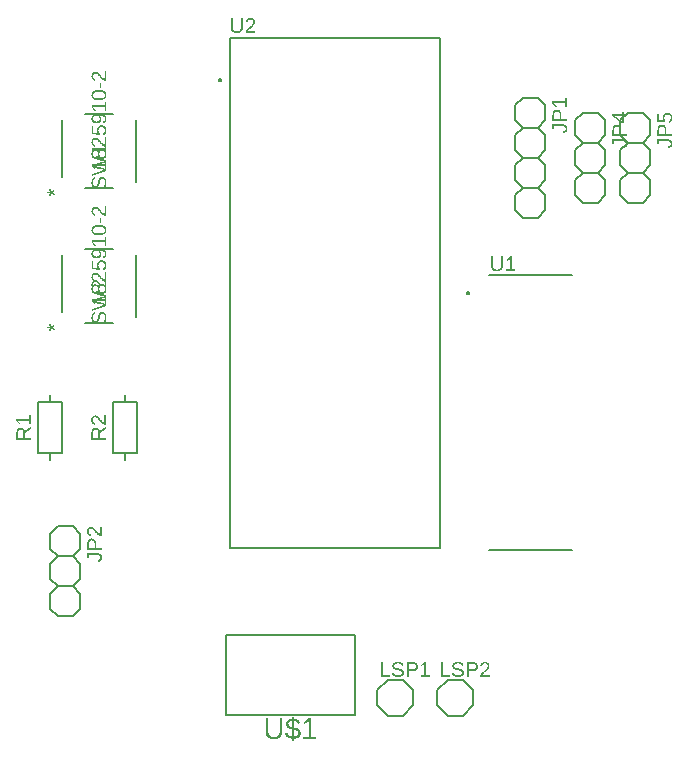
<source format=gbr>
G04 EAGLE Gerber RS-274X export*
G75*
%MOMM*%
%FSLAX34Y34*%
%LPD*%
%INSilkscreen Top*%
%IPPOS*%
%AMOC8*
5,1,8,0,0,1.08239X$1,22.5*%
G01*
G04 Define Apertures*
%ADD10C,0.152400*%
%ADD11C,0.127000*%
%ADD12C,0.200000*%
G36*
X1008888Y742296D02*
X996547Y742296D01*
X996547Y747490D01*
X996562Y747994D01*
X996608Y748469D01*
X996684Y748915D01*
X996790Y749331D01*
X996927Y749718D01*
X997094Y750076D01*
X997292Y750405D01*
X997519Y750704D01*
X997775Y750971D01*
X998055Y751202D01*
X998361Y751398D01*
X998691Y751558D01*
X999046Y751683D01*
X999426Y751772D01*
X999831Y751825D01*
X1000261Y751843D01*
X1000688Y751825D01*
X1001092Y751771D01*
X1001474Y751682D01*
X1001833Y751557D01*
X1002170Y751396D01*
X1002484Y751200D01*
X1002776Y750968D01*
X1003046Y750700D01*
X1003288Y750401D01*
X1003498Y750077D01*
X1003676Y749727D01*
X1003821Y749352D01*
X1003934Y748951D01*
X1004015Y748525D01*
X1004063Y748073D01*
X1004080Y747595D01*
X1004080Y743969D01*
X1008888Y743969D01*
X1008888Y742296D01*
G37*
%LPC*%
G36*
X1002757Y743969D02*
X1002757Y747358D01*
X1002747Y747698D01*
X1002718Y748015D01*
X1002670Y748311D01*
X1002602Y748585D01*
X1002515Y748836D01*
X1002408Y749066D01*
X1002283Y749274D01*
X1002137Y749460D01*
X1001973Y749625D01*
X1001789Y749767D01*
X1001585Y749887D01*
X1001363Y749986D01*
X1001121Y750063D01*
X1000859Y750117D01*
X1000579Y750150D01*
X1000278Y750161D01*
X999989Y750150D01*
X999718Y750116D01*
X999466Y750060D01*
X999232Y749982D01*
X999017Y749881D01*
X998821Y749757D01*
X998644Y749611D01*
X998485Y749443D01*
X998345Y749252D01*
X998224Y749039D01*
X998121Y748803D01*
X998037Y748545D01*
X997971Y748265D01*
X997925Y747962D01*
X997897Y747636D01*
X997887Y747288D01*
X997887Y743969D01*
X1002757Y743969D01*
G37*
%LPD*%
G36*
X1008888Y754160D02*
X1007548Y754160D01*
X1007548Y757304D01*
X998054Y757304D01*
X1000042Y754519D01*
X998553Y754519D01*
X996547Y757435D01*
X996547Y758889D01*
X1007548Y758889D01*
X1007548Y761893D01*
X1008888Y761893D01*
X1008888Y754160D01*
G37*
G36*
X1005823Y732136D02*
X1005551Y733774D01*
X1005798Y733819D01*
X1006031Y733877D01*
X1006250Y733948D01*
X1006455Y734030D01*
X1006647Y734125D01*
X1006824Y734232D01*
X1006987Y734352D01*
X1007136Y734483D01*
X1007270Y734626D01*
X1007385Y734777D01*
X1007483Y734937D01*
X1007563Y735105D01*
X1007626Y735283D01*
X1007670Y735469D01*
X1007697Y735664D01*
X1007706Y735867D01*
X1007696Y736089D01*
X1007666Y736299D01*
X1007618Y736496D01*
X1007549Y736682D01*
X1007461Y736855D01*
X1007353Y737017D01*
X1007226Y737166D01*
X1007079Y737304D01*
X1006914Y737427D01*
X1006730Y737533D01*
X1006528Y737624D01*
X1006308Y737698D01*
X1006069Y737755D01*
X1005812Y737796D01*
X1005538Y737821D01*
X1005244Y737829D01*
X997914Y737829D01*
X997914Y735456D01*
X996547Y735456D01*
X996547Y739493D01*
X1005209Y739493D01*
X1005646Y739478D01*
X1006059Y739432D01*
X1006448Y739356D01*
X1006813Y739250D01*
X1007154Y739113D01*
X1007472Y738946D01*
X1007765Y738749D01*
X1008034Y738521D01*
X1008275Y738267D01*
X1008484Y737990D01*
X1008661Y737691D01*
X1008806Y737369D01*
X1008918Y737025D01*
X1008999Y736659D01*
X1009047Y736270D01*
X1009063Y735858D01*
X1009051Y735476D01*
X1009013Y735114D01*
X1008949Y734772D01*
X1008861Y734450D01*
X1008747Y734148D01*
X1008607Y733865D01*
X1008443Y733603D01*
X1008253Y733360D01*
X1008038Y733137D01*
X1007797Y732935D01*
X1007531Y732752D01*
X1007240Y732589D01*
X1006924Y732446D01*
X1006582Y732323D01*
X1006215Y732219D01*
X1005823Y732136D01*
G37*
G36*
X874712Y271780D02*
X873039Y271780D01*
X873039Y284121D01*
X878233Y284121D01*
X878737Y284106D01*
X879212Y284060D01*
X879658Y283984D01*
X880074Y283878D01*
X880461Y283741D01*
X880819Y283574D01*
X881148Y283376D01*
X881447Y283149D01*
X881714Y282893D01*
X881945Y282613D01*
X882141Y282307D01*
X882301Y281977D01*
X882426Y281622D01*
X882515Y281242D01*
X882568Y280837D01*
X882586Y280407D01*
X882568Y279980D01*
X882514Y279576D01*
X882425Y279194D01*
X882300Y278835D01*
X882139Y278498D01*
X881943Y278184D01*
X881711Y277892D01*
X881443Y277622D01*
X881144Y277380D01*
X880820Y277170D01*
X880470Y276992D01*
X880095Y276847D01*
X879694Y276734D01*
X879268Y276653D01*
X878816Y276605D01*
X878338Y276588D01*
X874712Y276588D01*
X874712Y271780D01*
G37*
%LPC*%
G36*
X878101Y277911D02*
X878441Y277921D01*
X878758Y277950D01*
X879054Y277998D01*
X879328Y278066D01*
X879579Y278153D01*
X879809Y278260D01*
X880017Y278385D01*
X880203Y278531D01*
X880368Y278695D01*
X880510Y278879D01*
X880630Y279083D01*
X880729Y279305D01*
X880806Y279547D01*
X880860Y279809D01*
X880893Y280089D01*
X880904Y280390D01*
X880893Y280679D01*
X880859Y280950D01*
X880803Y281202D01*
X880725Y281436D01*
X880624Y281651D01*
X880500Y281847D01*
X880354Y282024D01*
X880186Y282183D01*
X879995Y282323D01*
X879782Y282444D01*
X879546Y282547D01*
X879288Y282631D01*
X879008Y282697D01*
X878705Y282743D01*
X878379Y282771D01*
X878031Y282781D01*
X874712Y282781D01*
X874712Y277911D01*
X878101Y277911D01*
G37*
%LPD*%
G36*
X865642Y271605D02*
X865093Y271617D01*
X864574Y271654D01*
X864084Y271715D01*
X863624Y271801D01*
X863193Y271911D01*
X862792Y272046D01*
X862421Y272205D01*
X862080Y272389D01*
X861768Y272597D01*
X861485Y272830D01*
X861233Y273087D01*
X861009Y273369D01*
X860816Y273675D01*
X860652Y274005D01*
X860518Y274361D01*
X860413Y274740D01*
X862034Y275064D01*
X862114Y274796D01*
X862213Y274545D01*
X862333Y274313D01*
X862472Y274100D01*
X862630Y273905D01*
X862809Y273729D01*
X863007Y273571D01*
X863225Y273431D01*
X863463Y273309D01*
X863721Y273203D01*
X864000Y273113D01*
X864300Y273040D01*
X864620Y272983D01*
X864961Y272942D01*
X865322Y272918D01*
X865703Y272910D01*
X866097Y272919D01*
X866467Y272945D01*
X866815Y272988D01*
X867139Y273049D01*
X867440Y273127D01*
X867718Y273223D01*
X867972Y273336D01*
X868204Y273466D01*
X868410Y273613D01*
X868589Y273777D01*
X868740Y273956D01*
X868864Y274152D01*
X868960Y274365D01*
X869029Y274593D01*
X869071Y274838D01*
X869084Y275099D01*
X869067Y275387D01*
X869015Y275647D01*
X868929Y275878D01*
X868808Y276080D01*
X868656Y276261D01*
X868477Y276424D01*
X868269Y276571D01*
X868033Y276702D01*
X867772Y276820D01*
X867486Y276928D01*
X867176Y277026D01*
X866842Y277114D01*
X865309Y277473D01*
X864622Y277635D01*
X864023Y277797D01*
X863512Y277959D01*
X863089Y278121D01*
X862730Y278288D01*
X862411Y278464D01*
X862132Y278649D01*
X861893Y278844D01*
X861687Y279052D01*
X861507Y279276D01*
X861352Y279518D01*
X861223Y279777D01*
X861122Y280054D01*
X861049Y280350D01*
X861006Y280667D01*
X860991Y281003D01*
X861010Y281388D01*
X861067Y281750D01*
X861162Y282089D01*
X861295Y282406D01*
X861465Y282700D01*
X861674Y282972D01*
X861920Y283220D01*
X862204Y283446D01*
X862524Y283648D01*
X862876Y283822D01*
X863261Y283969D01*
X863679Y284090D01*
X864130Y284184D01*
X864613Y284251D01*
X865129Y284291D01*
X865677Y284305D01*
X866187Y284295D01*
X866666Y284264D01*
X867115Y284214D01*
X867532Y284144D01*
X867918Y284053D01*
X868274Y283943D01*
X868598Y283812D01*
X868892Y283661D01*
X869159Y283486D01*
X869406Y283282D01*
X869632Y283051D01*
X869837Y282791D01*
X870022Y282502D01*
X870186Y282185D01*
X870329Y281840D01*
X870451Y281467D01*
X868804Y281178D01*
X868728Y281415D01*
X868638Y281635D01*
X868531Y281838D01*
X868410Y282024D01*
X868273Y282194D01*
X868121Y282346D01*
X867953Y282482D01*
X867770Y282601D01*
X867571Y282705D01*
X867353Y282795D01*
X867116Y282871D01*
X866862Y282933D01*
X866589Y282981D01*
X866297Y283016D01*
X865988Y283037D01*
X865660Y283043D01*
X865301Y283036D01*
X864963Y283013D01*
X864648Y282975D01*
X864355Y282921D01*
X864083Y282852D01*
X863834Y282768D01*
X863606Y282668D01*
X863400Y282553D01*
X863217Y282423D01*
X863059Y282278D01*
X862925Y282117D01*
X862815Y281942D01*
X862730Y281752D01*
X862669Y281546D01*
X862633Y281326D01*
X862620Y281090D01*
X862639Y280818D01*
X862696Y280570D01*
X862790Y280347D01*
X862923Y280149D01*
X863090Y279970D01*
X863292Y279805D01*
X863526Y279654D01*
X863794Y279518D01*
X864149Y279382D01*
X864646Y279230D01*
X865284Y279064D01*
X866063Y278883D01*
X867197Y278616D01*
X867750Y278467D01*
X868278Y278292D01*
X868779Y278087D01*
X869246Y277850D01*
X869464Y277716D01*
X869668Y277567D01*
X869856Y277405D01*
X870030Y277228D01*
X870188Y277036D01*
X870327Y276827D01*
X870448Y276602D01*
X870551Y276361D01*
X870634Y276100D01*
X870693Y275818D01*
X870728Y275513D01*
X870740Y275187D01*
X870719Y274772D01*
X870656Y274381D01*
X870552Y274015D01*
X870406Y273672D01*
X870218Y273353D01*
X869988Y273059D01*
X869717Y272788D01*
X869404Y272542D01*
X869053Y272322D01*
X868668Y272132D01*
X868249Y271971D01*
X867796Y271839D01*
X867308Y271737D01*
X866787Y271663D01*
X866232Y271620D01*
X865642Y271605D01*
G37*
G36*
X892636Y271780D02*
X884903Y271780D01*
X884903Y273120D01*
X888047Y273120D01*
X888047Y282614D01*
X885262Y280626D01*
X885262Y282115D01*
X888178Y284121D01*
X889632Y284121D01*
X889632Y273120D01*
X892636Y273120D01*
X892636Y271780D01*
G37*
G36*
X859010Y271780D02*
X851101Y271780D01*
X851101Y284121D01*
X852774Y284121D01*
X852774Y273146D01*
X859010Y273146D01*
X859010Y271780D01*
G37*
G36*
X925512Y271780D02*
X923839Y271780D01*
X923839Y284121D01*
X929033Y284121D01*
X929537Y284106D01*
X930012Y284060D01*
X930458Y283984D01*
X930874Y283878D01*
X931261Y283741D01*
X931619Y283574D01*
X931948Y283376D01*
X932247Y283149D01*
X932514Y282893D01*
X932745Y282613D01*
X932941Y282307D01*
X933101Y281977D01*
X933226Y281622D01*
X933315Y281242D01*
X933368Y280837D01*
X933386Y280407D01*
X933368Y279980D01*
X933314Y279576D01*
X933225Y279194D01*
X933100Y278835D01*
X932939Y278498D01*
X932743Y278184D01*
X932511Y277892D01*
X932243Y277622D01*
X931944Y277380D01*
X931620Y277170D01*
X931270Y276992D01*
X930895Y276847D01*
X930494Y276734D01*
X930068Y276653D01*
X929616Y276605D01*
X929138Y276588D01*
X925512Y276588D01*
X925512Y271780D01*
G37*
%LPC*%
G36*
X928901Y277911D02*
X929241Y277921D01*
X929558Y277950D01*
X929854Y277998D01*
X930128Y278066D01*
X930379Y278153D01*
X930609Y278260D01*
X930817Y278385D01*
X931003Y278531D01*
X931168Y278695D01*
X931310Y278879D01*
X931430Y279083D01*
X931529Y279305D01*
X931606Y279547D01*
X931660Y279809D01*
X931693Y280089D01*
X931704Y280390D01*
X931693Y280679D01*
X931659Y280950D01*
X931603Y281202D01*
X931525Y281436D01*
X931424Y281651D01*
X931300Y281847D01*
X931154Y282024D01*
X930986Y282183D01*
X930795Y282323D01*
X930582Y282444D01*
X930346Y282547D01*
X930088Y282631D01*
X929808Y282697D01*
X929505Y282743D01*
X929179Y282771D01*
X928831Y282781D01*
X925512Y282781D01*
X925512Y277911D01*
X928901Y277911D01*
G37*
%LPD*%
G36*
X916442Y271605D02*
X915893Y271617D01*
X915374Y271654D01*
X914884Y271715D01*
X914424Y271801D01*
X913993Y271911D01*
X913592Y272046D01*
X913221Y272205D01*
X912880Y272389D01*
X912568Y272597D01*
X912285Y272830D01*
X912033Y273087D01*
X911809Y273369D01*
X911616Y273675D01*
X911452Y274005D01*
X911318Y274361D01*
X911213Y274740D01*
X912834Y275064D01*
X912914Y274796D01*
X913013Y274545D01*
X913133Y274313D01*
X913272Y274100D01*
X913430Y273905D01*
X913609Y273729D01*
X913807Y273571D01*
X914025Y273431D01*
X914263Y273309D01*
X914521Y273203D01*
X914800Y273113D01*
X915100Y273040D01*
X915420Y272983D01*
X915761Y272942D01*
X916122Y272918D01*
X916503Y272910D01*
X916897Y272919D01*
X917267Y272945D01*
X917615Y272988D01*
X917939Y273049D01*
X918240Y273127D01*
X918518Y273223D01*
X918772Y273336D01*
X919004Y273466D01*
X919210Y273613D01*
X919389Y273777D01*
X919540Y273956D01*
X919664Y274152D01*
X919760Y274365D01*
X919829Y274593D01*
X919871Y274838D01*
X919884Y275099D01*
X919867Y275387D01*
X919815Y275647D01*
X919729Y275878D01*
X919608Y276080D01*
X919456Y276261D01*
X919277Y276424D01*
X919069Y276571D01*
X918833Y276702D01*
X918572Y276820D01*
X918286Y276928D01*
X917976Y277026D01*
X917642Y277114D01*
X916109Y277473D01*
X915422Y277635D01*
X914823Y277797D01*
X914312Y277959D01*
X913889Y278121D01*
X913530Y278288D01*
X913211Y278464D01*
X912932Y278649D01*
X912693Y278844D01*
X912487Y279052D01*
X912307Y279276D01*
X912152Y279518D01*
X912023Y279777D01*
X911922Y280054D01*
X911849Y280350D01*
X911806Y280667D01*
X911791Y281003D01*
X911810Y281388D01*
X911867Y281750D01*
X911962Y282089D01*
X912095Y282406D01*
X912265Y282700D01*
X912474Y282972D01*
X912720Y283220D01*
X913004Y283446D01*
X913324Y283648D01*
X913676Y283822D01*
X914061Y283969D01*
X914479Y284090D01*
X914930Y284184D01*
X915413Y284251D01*
X915929Y284291D01*
X916477Y284305D01*
X916987Y284295D01*
X917466Y284264D01*
X917915Y284214D01*
X918332Y284144D01*
X918718Y284053D01*
X919074Y283943D01*
X919398Y283812D01*
X919692Y283661D01*
X919959Y283486D01*
X920206Y283282D01*
X920432Y283051D01*
X920637Y282791D01*
X920822Y282502D01*
X920986Y282185D01*
X921129Y281840D01*
X921251Y281467D01*
X919604Y281178D01*
X919528Y281415D01*
X919438Y281635D01*
X919331Y281838D01*
X919210Y282024D01*
X919073Y282194D01*
X918921Y282346D01*
X918753Y282482D01*
X918570Y282601D01*
X918371Y282705D01*
X918153Y282795D01*
X917916Y282871D01*
X917662Y282933D01*
X917389Y282981D01*
X917097Y283016D01*
X916788Y283037D01*
X916460Y283043D01*
X916101Y283036D01*
X915763Y283013D01*
X915448Y282975D01*
X915155Y282921D01*
X914883Y282852D01*
X914634Y282768D01*
X914406Y282668D01*
X914200Y282553D01*
X914017Y282423D01*
X913859Y282278D01*
X913725Y282117D01*
X913615Y281942D01*
X913530Y281752D01*
X913469Y281546D01*
X913433Y281326D01*
X913420Y281090D01*
X913439Y280818D01*
X913496Y280570D01*
X913590Y280347D01*
X913723Y280149D01*
X913890Y279970D01*
X914092Y279805D01*
X914326Y279654D01*
X914594Y279518D01*
X914949Y279382D01*
X915446Y279230D01*
X916084Y279064D01*
X916863Y278883D01*
X917997Y278616D01*
X918550Y278467D01*
X919078Y278292D01*
X919579Y278087D01*
X920046Y277850D01*
X920264Y277716D01*
X920468Y277567D01*
X920656Y277405D01*
X920830Y277228D01*
X920988Y277036D01*
X921127Y276827D01*
X921248Y276602D01*
X921351Y276361D01*
X921434Y276100D01*
X921493Y275818D01*
X921528Y275513D01*
X921540Y275187D01*
X921519Y274772D01*
X921456Y274381D01*
X921352Y274015D01*
X921206Y273672D01*
X921018Y273353D01*
X920788Y273059D01*
X920517Y272788D01*
X920204Y272542D01*
X919853Y272322D01*
X919468Y272132D01*
X919049Y271971D01*
X918596Y271839D01*
X918108Y271737D01*
X917587Y271663D01*
X917032Y271620D01*
X916442Y271605D01*
G37*
G36*
X943410Y271780D02*
X935238Y271780D01*
X935238Y272892D01*
X935474Y273390D01*
X935734Y273857D01*
X936019Y274294D01*
X936329Y274701D01*
X936655Y275084D01*
X936989Y275448D01*
X937331Y275793D01*
X937682Y276120D01*
X938388Y276732D01*
X939088Y277298D01*
X939750Y277841D01*
X940345Y278384D01*
X940611Y278659D01*
X940852Y278940D01*
X941065Y279228D01*
X941251Y279523D01*
X941402Y279830D01*
X941511Y280158D01*
X941575Y280505D01*
X941597Y280871D01*
X941588Y281118D01*
X941560Y281351D01*
X941513Y281569D01*
X941448Y281773D01*
X941364Y281963D01*
X941262Y282139D01*
X941141Y282301D01*
X941002Y282448D01*
X940845Y282579D01*
X940675Y282693D01*
X940490Y282789D01*
X940290Y282868D01*
X940076Y282930D01*
X939847Y282973D01*
X939604Y283000D01*
X939346Y283008D01*
X939100Y283000D01*
X938865Y282974D01*
X938641Y282931D01*
X938428Y282872D01*
X938226Y282795D01*
X938035Y282701D01*
X937855Y282589D01*
X937686Y282461D01*
X937532Y282317D01*
X937394Y282160D01*
X937273Y281988D01*
X937169Y281803D01*
X937081Y281604D01*
X937011Y281391D01*
X936957Y281164D01*
X936920Y280924D01*
X935308Y281073D01*
X935366Y281433D01*
X935453Y281775D01*
X935567Y282098D01*
X935710Y282402D01*
X935882Y282687D01*
X936081Y282953D01*
X936309Y283200D01*
X936565Y283429D01*
X936845Y283634D01*
X937145Y283812D01*
X937463Y283963D01*
X937801Y284086D01*
X938159Y284182D01*
X938535Y284250D01*
X938931Y284291D01*
X939346Y284305D01*
X939799Y284291D01*
X940225Y284250D01*
X940624Y284181D01*
X940996Y284085D01*
X941341Y283961D01*
X941659Y283810D01*
X941950Y283631D01*
X942215Y283424D01*
X942450Y283193D01*
X942653Y282938D01*
X942826Y282660D01*
X942967Y282359D01*
X943076Y282035D01*
X943155Y281688D01*
X943202Y281317D01*
X943217Y280924D01*
X943197Y280565D01*
X943135Y280208D01*
X943033Y279852D01*
X942889Y279496D01*
X942705Y279142D01*
X942481Y278787D01*
X942216Y278432D01*
X941912Y278077D01*
X941514Y277674D01*
X940969Y277173D01*
X940275Y276575D01*
X939434Y275879D01*
X938956Y275477D01*
X938529Y275096D01*
X938154Y274735D01*
X937831Y274394D01*
X937554Y274067D01*
X937319Y273745D01*
X937125Y273430D01*
X936973Y273120D01*
X943410Y273120D01*
X943410Y271780D01*
G37*
G36*
X909810Y271780D02*
X901901Y271780D01*
X901901Y284121D01*
X903574Y284121D01*
X903574Y273146D01*
X909810Y273146D01*
X909810Y271780D01*
G37*
G36*
X555000Y472603D02*
X542659Y472603D01*
X542659Y478410D01*
X542674Y478916D01*
X542718Y479392D01*
X542790Y479839D01*
X542892Y480257D01*
X543024Y480644D01*
X543184Y481002D01*
X543373Y481330D01*
X543592Y481628D01*
X543837Y481894D01*
X544104Y482125D01*
X544394Y482320D01*
X544708Y482479D01*
X545044Y482603D01*
X545403Y482692D01*
X545784Y482745D01*
X546189Y482763D01*
X546526Y482750D01*
X546849Y482713D01*
X547159Y482650D01*
X547455Y482562D01*
X547737Y482450D01*
X548005Y482312D01*
X548260Y482149D01*
X548501Y481961D01*
X548725Y481751D01*
X548927Y481522D01*
X549107Y481275D01*
X549173Y481164D01*
X549265Y481008D01*
X549402Y480722D01*
X549518Y480417D01*
X549611Y480093D01*
X549684Y479750D01*
X551947Y481241D01*
X555000Y483253D01*
X555000Y481326D01*
X549876Y478121D01*
X549876Y474276D01*
X555000Y474276D01*
X555000Y472603D01*
G37*
%LPC*%
G36*
X548554Y474276D02*
X548554Y478313D01*
X548544Y478635D01*
X548515Y478937D01*
X548467Y479221D01*
X548399Y479486D01*
X548313Y479732D01*
X548206Y479960D01*
X548081Y480168D01*
X547936Y480358D01*
X547774Y480528D01*
X547597Y480675D01*
X547404Y480799D01*
X547195Y480900D01*
X546971Y480979D01*
X546732Y481036D01*
X546477Y481070D01*
X546206Y481081D01*
X545945Y481070D01*
X545700Y481035D01*
X545471Y480978D01*
X545257Y480898D01*
X545060Y480795D01*
X544879Y480670D01*
X544713Y480521D01*
X544564Y480350D01*
X544432Y480157D01*
X544317Y479944D01*
X544220Y479711D01*
X544141Y479457D01*
X544079Y479184D01*
X544035Y478890D01*
X544008Y478577D01*
X543999Y478243D01*
X543999Y474276D01*
X548554Y474276D01*
G37*
%LPD*%
G36*
X555000Y485466D02*
X553660Y485466D01*
X553660Y488611D01*
X544166Y488611D01*
X546154Y485825D01*
X544665Y485825D01*
X542659Y488742D01*
X542659Y490196D01*
X553660Y490196D01*
X553660Y493200D01*
X555000Y493200D01*
X555000Y485466D01*
G37*
G36*
X618500Y472603D02*
X606159Y472603D01*
X606159Y478410D01*
X606174Y478916D01*
X606218Y479392D01*
X606290Y479839D01*
X606392Y480257D01*
X606524Y480644D01*
X606684Y481002D01*
X606873Y481330D01*
X607092Y481628D01*
X607337Y481894D01*
X607604Y482125D01*
X607894Y482320D01*
X608208Y482479D01*
X608544Y482603D01*
X608903Y482692D01*
X609284Y482745D01*
X609689Y482763D01*
X610026Y482750D01*
X610349Y482713D01*
X610659Y482650D01*
X610955Y482562D01*
X611237Y482450D01*
X611505Y482312D01*
X611760Y482149D01*
X612001Y481961D01*
X612225Y481751D01*
X612427Y481522D01*
X612607Y481275D01*
X612673Y481164D01*
X612765Y481008D01*
X612902Y480722D01*
X613018Y480417D01*
X613111Y480093D01*
X613184Y479750D01*
X615447Y481241D01*
X618500Y483253D01*
X618500Y481326D01*
X613376Y478121D01*
X613376Y474276D01*
X618500Y474276D01*
X618500Y472603D01*
G37*
%LPC*%
G36*
X612054Y474276D02*
X612054Y478313D01*
X612044Y478635D01*
X612015Y478937D01*
X611967Y479221D01*
X611899Y479486D01*
X611813Y479732D01*
X611706Y479960D01*
X611581Y480168D01*
X611436Y480358D01*
X611274Y480528D01*
X611097Y480675D01*
X610904Y480799D01*
X610695Y480900D01*
X610471Y480979D01*
X610232Y481036D01*
X609977Y481070D01*
X609706Y481081D01*
X609445Y481070D01*
X609200Y481035D01*
X608971Y480978D01*
X608757Y480898D01*
X608560Y480795D01*
X608379Y480670D01*
X608213Y480521D01*
X608064Y480350D01*
X607932Y480157D01*
X607817Y479944D01*
X607720Y479711D01*
X607641Y479457D01*
X607579Y479184D01*
X607535Y478890D01*
X607508Y478577D01*
X607499Y478243D01*
X607499Y474276D01*
X612054Y474276D01*
G37*
%LPD*%
G36*
X618500Y485002D02*
X617388Y485002D01*
X616890Y485238D01*
X616423Y485498D01*
X615986Y485783D01*
X615579Y486093D01*
X615196Y486419D01*
X614832Y486753D01*
X614487Y487095D01*
X614160Y487446D01*
X613548Y488152D01*
X612982Y488852D01*
X612439Y489514D01*
X611896Y490108D01*
X611621Y490375D01*
X611340Y490615D01*
X611052Y490828D01*
X610757Y491015D01*
X610450Y491166D01*
X610122Y491274D01*
X609775Y491339D01*
X609409Y491361D01*
X609162Y491352D01*
X608929Y491324D01*
X608711Y491277D01*
X608507Y491212D01*
X608317Y491128D01*
X608141Y491026D01*
X607979Y490905D01*
X607832Y490765D01*
X607701Y490609D01*
X607587Y490438D01*
X607491Y490253D01*
X607412Y490054D01*
X607350Y489839D01*
X607307Y489611D01*
X607280Y489368D01*
X607272Y489110D01*
X607280Y488864D01*
X607306Y488628D01*
X607349Y488404D01*
X607408Y488191D01*
X607485Y487989D01*
X607579Y487799D01*
X607691Y487619D01*
X607819Y487450D01*
X607963Y487295D01*
X608120Y487158D01*
X608292Y487037D01*
X608477Y486932D01*
X608676Y486845D01*
X608889Y486774D01*
X609116Y486721D01*
X609356Y486684D01*
X609207Y485072D01*
X608847Y485130D01*
X608505Y485216D01*
X608182Y485331D01*
X607878Y485474D01*
X607593Y485645D01*
X607327Y485845D01*
X607080Y486073D01*
X606851Y486329D01*
X606646Y486609D01*
X606468Y486908D01*
X606317Y487227D01*
X606194Y487565D01*
X606098Y487922D01*
X606030Y488299D01*
X605989Y488695D01*
X605975Y489110D01*
X605989Y489563D01*
X606030Y489989D01*
X606099Y490388D01*
X606195Y490760D01*
X606319Y491105D01*
X606470Y491423D01*
X606649Y491714D01*
X606856Y491978D01*
X607087Y492213D01*
X607342Y492417D01*
X607620Y492589D01*
X607921Y492730D01*
X608245Y492840D01*
X608592Y492918D01*
X608963Y492965D01*
X609356Y492981D01*
X609715Y492961D01*
X610072Y492899D01*
X610428Y492796D01*
X610784Y492653D01*
X611138Y492469D01*
X611493Y492244D01*
X611848Y491980D01*
X612203Y491676D01*
X612606Y491278D01*
X613107Y490732D01*
X613705Y490039D01*
X614401Y489197D01*
X614803Y488720D01*
X615184Y488293D01*
X615545Y487918D01*
X615886Y487595D01*
X616213Y487318D01*
X616535Y487082D01*
X616850Y486889D01*
X617160Y486736D01*
X617160Y493174D01*
X618500Y493174D01*
X618500Y485002D01*
G37*
G36*
X571649Y678723D02*
X570475Y679117D01*
X571413Y681456D01*
X568811Y681351D01*
X568811Y682542D01*
X571395Y682428D01*
X570493Y684740D01*
X571649Y685134D01*
X572288Y682664D01*
X574478Y684285D01*
X575109Y683242D01*
X572849Y681929D01*
X575091Y680562D01*
X574461Y679520D01*
X572288Y681175D01*
X571649Y678723D01*
G37*
G36*
X606403Y696070D02*
X606403Y697813D01*
X614242Y700028D01*
X615735Y700407D01*
X617273Y700755D01*
X615171Y701241D01*
X614196Y701497D01*
X612409Y701987D01*
X606403Y703672D01*
X606403Y705275D01*
X614084Y707421D01*
X615823Y707859D01*
X617273Y708191D01*
X616966Y708270D01*
X615324Y708656D01*
X612776Y709345D01*
X606403Y711117D01*
X606403Y712860D01*
X618744Y709225D01*
X618744Y707228D01*
X610905Y705091D01*
X609878Y704833D01*
X608269Y704478D01*
X609968Y704092D01*
X612504Y703416D01*
X618744Y701701D01*
X618744Y699704D01*
X606403Y696070D01*
G37*
G36*
X615784Y684837D02*
X615460Y686457D01*
X615728Y686537D01*
X615979Y686636D01*
X616211Y686756D01*
X616424Y686895D01*
X616619Y687054D01*
X616796Y687232D01*
X616954Y687430D01*
X617093Y687648D01*
X617215Y687886D01*
X617321Y688145D01*
X617411Y688424D01*
X617484Y688723D01*
X617541Y689043D01*
X617582Y689384D01*
X617606Y689745D01*
X617614Y690127D01*
X617605Y690520D01*
X617579Y690891D01*
X617536Y691238D01*
X617475Y691562D01*
X617397Y691863D01*
X617301Y692141D01*
X617188Y692396D01*
X617058Y692627D01*
X616911Y692834D01*
X616747Y693012D01*
X616568Y693164D01*
X616372Y693287D01*
X616159Y693384D01*
X615931Y693452D01*
X615686Y693494D01*
X615425Y693508D01*
X615137Y693490D01*
X614877Y693439D01*
X614646Y693352D01*
X614444Y693232D01*
X614263Y693080D01*
X614100Y692900D01*
X613953Y692692D01*
X613822Y692456D01*
X613704Y692195D01*
X613596Y691909D01*
X613498Y691599D01*
X613410Y691265D01*
X613051Y689733D01*
X612889Y689045D01*
X612727Y688446D01*
X612565Y687935D01*
X612403Y687512D01*
X612236Y687153D01*
X612060Y686835D01*
X611875Y686556D01*
X611680Y686317D01*
X611473Y686111D01*
X611248Y685930D01*
X611006Y685776D01*
X610747Y685647D01*
X610470Y685545D01*
X610174Y685473D01*
X609857Y685429D01*
X609521Y685415D01*
X609136Y685434D01*
X608774Y685490D01*
X608435Y685585D01*
X608118Y685718D01*
X607824Y685888D01*
X607552Y686097D01*
X607304Y686343D01*
X607078Y686628D01*
X606876Y686947D01*
X606702Y687300D01*
X606555Y687685D01*
X606434Y688102D01*
X606340Y688553D01*
X606273Y689036D01*
X606233Y689552D01*
X606219Y690100D01*
X606229Y690610D01*
X606260Y691090D01*
X606310Y691538D01*
X606380Y691955D01*
X606471Y692341D01*
X606581Y692697D01*
X606712Y693021D01*
X606863Y693315D01*
X607038Y693582D01*
X607242Y693829D01*
X607473Y694055D01*
X607733Y694261D01*
X608022Y694445D01*
X608339Y694609D01*
X608684Y694752D01*
X609057Y694874D01*
X609346Y693227D01*
X609109Y693152D01*
X608889Y693061D01*
X608686Y692955D01*
X608500Y692833D01*
X608330Y692696D01*
X608178Y692544D01*
X608042Y692377D01*
X607923Y692194D01*
X607819Y691994D01*
X607729Y691776D01*
X607653Y691540D01*
X607591Y691285D01*
X607543Y691012D01*
X607508Y690721D01*
X607487Y690411D01*
X607481Y690083D01*
X607488Y689724D01*
X607511Y689387D01*
X607550Y689071D01*
X607603Y688778D01*
X607672Y688506D01*
X607756Y688257D01*
X607856Y688029D01*
X607971Y687823D01*
X608101Y687641D01*
X608246Y687482D01*
X608407Y687348D01*
X608582Y687239D01*
X608772Y687153D01*
X608978Y687092D01*
X609198Y687056D01*
X609434Y687044D01*
X609706Y687063D01*
X609954Y687119D01*
X610177Y687214D01*
X610375Y687346D01*
X610554Y687514D01*
X610719Y687715D01*
X610870Y687949D01*
X611006Y688217D01*
X611142Y688573D01*
X611294Y689069D01*
X611460Y689707D01*
X611641Y690486D01*
X611908Y691620D01*
X612057Y692173D01*
X612232Y692702D01*
X612437Y693202D01*
X612674Y693670D01*
X612808Y693888D01*
X612957Y694091D01*
X613119Y694280D01*
X613296Y694453D01*
X613488Y694611D01*
X613697Y694750D01*
X613922Y694871D01*
X614163Y694975D01*
X614424Y695057D01*
X614706Y695116D01*
X615011Y695151D01*
X615337Y695163D01*
X615752Y695142D01*
X616143Y695079D01*
X616510Y694975D01*
X616852Y694829D01*
X617171Y694641D01*
X617465Y694412D01*
X617736Y694140D01*
X617982Y693827D01*
X618202Y693476D01*
X618392Y693091D01*
X618553Y692672D01*
X618685Y692219D01*
X618787Y691732D01*
X618861Y691210D01*
X618905Y690655D01*
X618919Y690065D01*
X618907Y689516D01*
X618870Y688997D01*
X618809Y688507D01*
X618723Y688047D01*
X618613Y687617D01*
X618478Y687216D01*
X618319Y686844D01*
X618135Y686503D01*
X617927Y686191D01*
X617694Y685909D01*
X617437Y685656D01*
X617155Y685433D01*
X616849Y685239D01*
X616519Y685075D01*
X616163Y684941D01*
X615784Y684837D01*
G37*
G36*
X618744Y714295D02*
X617404Y714295D01*
X617404Y717439D01*
X607910Y717439D01*
X609898Y714654D01*
X608409Y714654D01*
X606403Y717570D01*
X606403Y719024D01*
X617404Y719024D01*
X617404Y722028D01*
X618744Y722028D01*
X618744Y714295D01*
G37*
G36*
X612569Y760029D02*
X611799Y760045D01*
X611079Y760094D01*
X610409Y760175D01*
X609788Y760289D01*
X609218Y760435D01*
X608697Y760613D01*
X608226Y760824D01*
X607805Y761067D01*
X607433Y761345D01*
X607111Y761661D01*
X606839Y762015D01*
X606616Y762406D01*
X606442Y762835D01*
X606374Y763063D01*
X606318Y763301D01*
X606275Y763549D01*
X606244Y763805D01*
X606226Y764072D01*
X606219Y764347D01*
X606226Y764615D01*
X606244Y764875D01*
X606276Y765125D01*
X606319Y765366D01*
X606376Y765599D01*
X606445Y765822D01*
X606620Y766242D01*
X606845Y766627D01*
X607121Y766976D01*
X607446Y767289D01*
X607822Y767566D01*
X608247Y767809D01*
X608720Y768020D01*
X609241Y768198D01*
X609810Y768344D01*
X610428Y768458D01*
X611093Y768539D01*
X611807Y768588D01*
X612569Y768604D01*
X613319Y768587D01*
X614024Y768536D01*
X614682Y768450D01*
X615295Y768331D01*
X615863Y768178D01*
X616384Y767990D01*
X616860Y767769D01*
X617290Y767513D01*
X617672Y767225D01*
X618003Y766903D01*
X618283Y766550D01*
X618512Y766163D01*
X618690Y765745D01*
X618817Y765294D01*
X618862Y765056D01*
X618894Y764810D01*
X618913Y764557D01*
X618919Y764295D01*
X618913Y764033D01*
X618894Y763779D01*
X618862Y763534D01*
X618818Y763297D01*
X618691Y762847D01*
X618514Y762431D01*
X618286Y762048D01*
X618008Y761698D01*
X617679Y761381D01*
X617299Y761098D01*
X616871Y760847D01*
X616396Y760630D01*
X615874Y760447D01*
X615306Y760296D01*
X614692Y760179D01*
X614031Y760096D01*
X613323Y760046D01*
X612569Y760029D01*
G37*
%LPC*%
G36*
X612569Y761623D02*
X613204Y761633D01*
X613795Y761663D01*
X614342Y761714D01*
X614844Y761784D01*
X615303Y761875D01*
X615717Y761985D01*
X616088Y762116D01*
X616414Y762267D01*
X616700Y762440D01*
X616947Y762636D01*
X617156Y762856D01*
X617327Y763100D01*
X617460Y763368D01*
X617556Y763659D01*
X617613Y763974D01*
X617632Y764312D01*
X617612Y764649D01*
X617554Y764962D01*
X617457Y765252D01*
X617321Y765519D01*
X617146Y765762D01*
X616932Y765982D01*
X616679Y766179D01*
X616388Y766353D01*
X616056Y766505D01*
X615683Y766636D01*
X615268Y766748D01*
X614811Y766839D01*
X614313Y766910D01*
X613774Y766960D01*
X613192Y766991D01*
X612569Y767001D01*
X611924Y766991D01*
X611326Y766962D01*
X610773Y766914D01*
X610266Y766847D01*
X609805Y766760D01*
X609390Y766654D01*
X609021Y766528D01*
X608698Y766384D01*
X608417Y766217D01*
X608173Y766025D01*
X607967Y765808D01*
X607798Y765566D01*
X607667Y765299D01*
X607573Y765007D01*
X607517Y764689D01*
X607498Y764347D01*
X607517Y763996D01*
X607572Y763671D01*
X607664Y763372D01*
X607794Y763098D01*
X607960Y762850D01*
X608163Y762627D01*
X608403Y762430D01*
X608680Y762258D01*
X609000Y762109D01*
X609367Y761980D01*
X609782Y761871D01*
X610244Y761782D01*
X610754Y761713D01*
X611311Y761663D01*
X611916Y761633D01*
X612569Y761623D01*
G37*
%LPD*%
G36*
X615319Y710264D02*
X615023Y710275D01*
X614739Y710308D01*
X614467Y710362D01*
X614207Y710437D01*
X613959Y710535D01*
X613723Y710653D01*
X613499Y710794D01*
X613287Y710956D01*
X613092Y711135D01*
X612916Y711326D01*
X612761Y711529D01*
X612626Y711744D01*
X612512Y711972D01*
X612417Y712211D01*
X612343Y712462D01*
X612289Y712725D01*
X612254Y712725D01*
X612186Y712480D01*
X612101Y712248D01*
X611999Y712030D01*
X611880Y711824D01*
X611743Y711632D01*
X611589Y711454D01*
X611418Y711288D01*
X611229Y711136D01*
X611028Y710999D01*
X610818Y710881D01*
X610600Y710781D01*
X610373Y710699D01*
X610138Y710635D01*
X609894Y710590D01*
X609642Y710562D01*
X609381Y710553D01*
X609037Y710570D01*
X608709Y710619D01*
X608399Y710702D01*
X608105Y710817D01*
X607827Y710966D01*
X607566Y711147D01*
X607322Y711361D01*
X607095Y711609D01*
X606890Y711884D01*
X606712Y712182D01*
X606561Y712502D01*
X606438Y712845D01*
X606342Y713210D01*
X606274Y713598D01*
X606233Y714009D01*
X606219Y714442D01*
X606233Y714886D01*
X606273Y715305D01*
X606340Y715701D01*
X606434Y716072D01*
X606555Y716420D01*
X606702Y716744D01*
X606876Y717043D01*
X607078Y717319D01*
X607302Y717567D01*
X607545Y717781D01*
X607806Y717962D01*
X608087Y718111D01*
X608387Y718226D01*
X608705Y718309D01*
X609042Y718358D01*
X609399Y718375D01*
X609659Y718366D01*
X609912Y718338D01*
X610155Y718292D01*
X610391Y718228D01*
X610617Y718145D01*
X610836Y718045D01*
X611045Y717925D01*
X611247Y717788D01*
X611435Y717634D01*
X611604Y717468D01*
X611619Y717450D01*
X611755Y717287D01*
X611888Y717094D01*
X612003Y716887D01*
X612099Y716666D01*
X612177Y716432D01*
X612236Y716185D01*
X612271Y716185D01*
X612329Y716472D01*
X612406Y716743D01*
X612503Y716998D01*
X612619Y717236D01*
X612754Y717458D01*
X612908Y717663D01*
X613081Y717852D01*
X613237Y717991D01*
X613274Y718024D01*
X613483Y718178D01*
X613705Y718312D01*
X613939Y718425D01*
X614186Y718517D01*
X614446Y718589D01*
X614719Y718640D01*
X615004Y718671D01*
X615302Y718681D01*
X615717Y718664D01*
X616109Y718613D01*
X616477Y718528D01*
X616822Y718410D01*
X617143Y718257D01*
X617440Y718070D01*
X617714Y717850D01*
X617965Y717595D01*
X618188Y717309D01*
X618382Y716993D01*
X618546Y716648D01*
X618681Y716273D01*
X618785Y715868D01*
X618860Y715434D01*
X618904Y714970D01*
X618919Y714477D01*
X618905Y713996D01*
X618861Y713541D01*
X618787Y713114D01*
X618685Y712713D01*
X618553Y712340D01*
X618392Y711993D01*
X618202Y711674D01*
X617982Y711381D01*
X617735Y711119D01*
X617464Y710892D01*
X617168Y710700D01*
X616848Y710543D01*
X616503Y710421D01*
X616133Y710334D01*
X615738Y710282D01*
X615319Y710264D01*
G37*
%LPC*%
G36*
X615188Y711893D02*
X615497Y711904D01*
X615785Y711934D01*
X616054Y711985D01*
X616303Y712056D01*
X616532Y712147D01*
X616741Y712259D01*
X616930Y712391D01*
X617100Y712544D01*
X617249Y712716D01*
X617378Y712909D01*
X617488Y713123D01*
X617578Y713357D01*
X617647Y713611D01*
X617697Y713885D01*
X617727Y714180D01*
X617737Y714495D01*
X617727Y714806D01*
X617698Y715097D01*
X617650Y715368D01*
X617582Y715618D01*
X617496Y715847D01*
X617389Y716056D01*
X617264Y716245D01*
X617119Y716413D01*
X616954Y716561D01*
X616765Y716689D01*
X616553Y716797D01*
X616319Y716886D01*
X616062Y716955D01*
X615782Y717004D01*
X615479Y717034D01*
X615153Y717043D01*
X614875Y717033D01*
X614615Y717001D01*
X614372Y716947D01*
X614147Y716873D01*
X613939Y716777D01*
X613750Y716659D01*
X613578Y716520D01*
X613423Y716360D01*
X613287Y716181D01*
X613168Y715984D01*
X613068Y715770D01*
X612986Y715539D01*
X612923Y715291D01*
X612877Y715025D01*
X612850Y714742D01*
X612841Y714442D01*
X612851Y714150D01*
X612880Y713875D01*
X612929Y713616D01*
X612997Y713374D01*
X613085Y713147D01*
X613193Y712938D01*
X613320Y712745D01*
X613467Y712568D01*
X613631Y712410D01*
X613809Y712273D01*
X614003Y712157D01*
X614210Y712062D01*
X614433Y711988D01*
X614670Y711936D01*
X614922Y711904D01*
X615188Y711893D01*
G37*
G36*
X609486Y712165D02*
X609743Y712174D01*
X609985Y712202D01*
X610210Y712249D01*
X610420Y712315D01*
X610614Y712399D01*
X610793Y712502D01*
X610955Y712624D01*
X611102Y712765D01*
X611233Y712923D01*
X611346Y713096D01*
X611441Y713284D01*
X611519Y713488D01*
X611580Y713708D01*
X611624Y713943D01*
X611650Y714194D01*
X611658Y714460D01*
X611650Y714729D01*
X611626Y714983D01*
X611586Y715219D01*
X611530Y715439D01*
X611458Y715643D01*
X611370Y715830D01*
X611266Y716000D01*
X611146Y716154D01*
X611008Y716291D01*
X610850Y716409D01*
X610672Y716509D01*
X610475Y716591D01*
X610257Y716655D01*
X610020Y716700D01*
X609763Y716728D01*
X609486Y716737D01*
X609233Y716728D01*
X608996Y716701D01*
X608775Y716656D01*
X608570Y716593D01*
X608382Y716513D01*
X608211Y716414D01*
X608055Y716298D01*
X607916Y716163D01*
X607794Y716011D01*
X607687Y715840D01*
X607597Y715652D01*
X607524Y715446D01*
X607467Y715222D01*
X607426Y714980D01*
X607401Y714720D01*
X607393Y714442D01*
X607401Y714172D01*
X607426Y713919D01*
X607467Y713682D01*
X607524Y713462D01*
X607598Y713259D01*
X607689Y713072D01*
X607795Y712901D01*
X607918Y712747D01*
X608058Y712611D01*
X608214Y712492D01*
X608385Y712392D01*
X608573Y712310D01*
X608777Y712247D01*
X608997Y712201D01*
X609234Y712174D01*
X609486Y712165D01*
G37*
%LPD*%
G36*
X610371Y740232D02*
X609900Y740249D01*
X609455Y740300D01*
X609036Y740385D01*
X608642Y740503D01*
X608275Y740656D01*
X607933Y740843D01*
X607617Y741063D01*
X607327Y741318D01*
X607068Y741603D01*
X606843Y741914D01*
X606652Y742252D01*
X606496Y742616D01*
X606375Y743007D01*
X606289Y743425D01*
X606237Y743869D01*
X606219Y744340D01*
X606225Y744593D01*
X606243Y744839D01*
X606315Y745306D01*
X606434Y745743D01*
X606600Y746148D01*
X606815Y746522D01*
X607077Y746865D01*
X607386Y747177D01*
X607743Y747458D01*
X608148Y747706D01*
X608601Y747921D01*
X609102Y748103D01*
X609650Y748252D01*
X610247Y748368D01*
X610891Y748451D01*
X611584Y748501D01*
X612324Y748517D01*
X613096Y748499D01*
X613822Y748445D01*
X614502Y748354D01*
X615136Y748227D01*
X615723Y748064D01*
X616265Y747865D01*
X616761Y747629D01*
X617211Y747357D01*
X617612Y747051D01*
X617958Y746715D01*
X618252Y746348D01*
X618492Y745950D01*
X618679Y745521D01*
X618752Y745295D01*
X618812Y745062D01*
X618859Y744821D01*
X618892Y744572D01*
X618912Y744315D01*
X618919Y744051D01*
X618910Y743698D01*
X618881Y743364D01*
X618834Y743047D01*
X618767Y742749D01*
X618681Y742468D01*
X618577Y742206D01*
X618453Y741961D01*
X618310Y741734D01*
X618147Y741524D01*
X617959Y741329D01*
X617749Y741150D01*
X617515Y740986D01*
X617257Y740838D01*
X616976Y740705D01*
X616672Y740588D01*
X616344Y740486D01*
X616108Y741992D01*
X616469Y742128D01*
X616782Y742300D01*
X617047Y742507D01*
X617264Y742750D01*
X617432Y743028D01*
X617553Y743342D01*
X617625Y743692D01*
X617643Y743880D01*
X617649Y744077D01*
X617630Y744407D01*
X617570Y744717D01*
X617472Y745009D01*
X617334Y745281D01*
X617157Y745534D01*
X616940Y745768D01*
X616684Y745983D01*
X616388Y746179D01*
X616056Y746354D01*
X615690Y746507D01*
X615291Y746637D01*
X614857Y746746D01*
X614391Y746832D01*
X613890Y746897D01*
X613356Y746939D01*
X612788Y746958D01*
X612980Y746863D01*
X613163Y746752D01*
X613336Y746625D01*
X613499Y746483D01*
X613652Y746325D01*
X613796Y746152D01*
X613930Y745963D01*
X614054Y745758D01*
X614166Y745543D01*
X614263Y745323D01*
X614345Y745098D01*
X614412Y744867D01*
X614464Y744631D01*
X614501Y744390D01*
X614524Y744144D01*
X614531Y743893D01*
X614513Y743487D01*
X614460Y743102D01*
X614371Y742738D01*
X614247Y742395D01*
X614086Y742073D01*
X613891Y741771D01*
X613659Y741490D01*
X613393Y741230D01*
X613096Y740996D01*
X612777Y740793D01*
X612434Y740622D01*
X612068Y740481D01*
X611678Y740372D01*
X611266Y740294D01*
X610830Y740247D01*
X610371Y740232D01*
G37*
%LPC*%
G36*
X610371Y741835D02*
X610699Y741845D01*
X611010Y741876D01*
X611303Y741927D01*
X611578Y741999D01*
X611836Y742091D01*
X612076Y742204D01*
X612299Y742338D01*
X612504Y742492D01*
X612687Y742663D01*
X612847Y742849D01*
X612981Y743049D01*
X613091Y743264D01*
X613177Y743494D01*
X613238Y743738D01*
X613275Y743996D01*
X613287Y744270D01*
X613268Y744605D01*
X613210Y744929D01*
X613113Y745240D01*
X612977Y745539D01*
X612805Y745817D01*
X612601Y746064D01*
X612365Y746279D01*
X612096Y746464D01*
X611802Y746611D01*
X611488Y746716D01*
X611154Y746780D01*
X610800Y746801D01*
X610437Y746790D01*
X610092Y746758D01*
X609765Y746705D01*
X609457Y746630D01*
X609166Y746534D01*
X608894Y746416D01*
X608640Y746278D01*
X608405Y746118D01*
X608192Y745940D01*
X608008Y745747D01*
X607852Y745540D01*
X607725Y745318D01*
X607626Y745082D01*
X607555Y744832D01*
X607512Y744567D01*
X607498Y744287D01*
X607510Y744010D01*
X607547Y743748D01*
X607607Y743501D01*
X607692Y743269D01*
X607801Y743052D01*
X607934Y742850D01*
X608092Y742663D01*
X608273Y742492D01*
X608476Y742338D01*
X608695Y742204D01*
X608932Y742091D01*
X609185Y741999D01*
X609456Y741927D01*
X609744Y741876D01*
X610049Y741845D01*
X610371Y741835D01*
G37*
%LPD*%
G36*
X615985Y730140D02*
X615801Y731735D01*
X616023Y731803D01*
X616230Y731884D01*
X616423Y731977D01*
X616602Y732082D01*
X616766Y732200D01*
X616917Y732329D01*
X617053Y732471D01*
X617174Y732626D01*
X617281Y732792D01*
X617374Y732971D01*
X617453Y733162D01*
X617517Y733365D01*
X617567Y733581D01*
X617603Y733809D01*
X617625Y734049D01*
X617632Y734301D01*
X617620Y734610D01*
X617584Y734901D01*
X617524Y735176D01*
X617440Y735433D01*
X617332Y735673D01*
X617201Y735895D01*
X617045Y736101D01*
X616865Y736289D01*
X616665Y736457D01*
X616446Y736603D01*
X616210Y736727D01*
X615956Y736828D01*
X615683Y736906D01*
X615393Y736962D01*
X615085Y736996D01*
X614759Y737007D01*
X614475Y736996D01*
X614204Y736962D01*
X613948Y736906D01*
X613706Y736827D01*
X613477Y736725D01*
X613263Y736601D01*
X613062Y736454D01*
X612876Y736285D01*
X612707Y736096D01*
X612562Y735892D01*
X612438Y735672D01*
X612337Y735436D01*
X612259Y735185D01*
X612202Y734917D01*
X612169Y734634D01*
X612158Y734336D01*
X612170Y734022D01*
X612208Y733718D01*
X612271Y733426D01*
X612359Y733145D01*
X612477Y732869D01*
X612631Y732593D01*
X612819Y732317D01*
X613042Y732041D01*
X613042Y730500D01*
X606403Y730911D01*
X606403Y737927D01*
X607743Y737927D01*
X607743Y732348D01*
X611658Y732111D01*
X611474Y732375D01*
X611314Y732655D01*
X611178Y732950D01*
X611067Y733261D01*
X610981Y733587D01*
X610919Y733929D01*
X610882Y734287D01*
X610870Y734660D01*
X610887Y735104D01*
X610937Y735524D01*
X611020Y735922D01*
X611137Y736297D01*
X611287Y736648D01*
X611471Y736976D01*
X611688Y737281D01*
X611939Y737563D01*
X612216Y737817D01*
X612513Y738037D01*
X612831Y738222D01*
X613169Y738375D01*
X613527Y738493D01*
X613906Y738577D01*
X614305Y738628D01*
X614724Y738645D01*
X615199Y738627D01*
X615648Y738572D01*
X616072Y738482D01*
X616469Y738355D01*
X616840Y738192D01*
X617186Y737992D01*
X617505Y737756D01*
X617798Y737484D01*
X618061Y737180D01*
X618289Y736848D01*
X618481Y736488D01*
X618639Y736100D01*
X618762Y735683D01*
X618849Y735239D01*
X618902Y734766D01*
X618919Y734266D01*
X618907Y733845D01*
X618872Y733445D01*
X618813Y733065D01*
X618731Y732707D01*
X618625Y732369D01*
X618496Y732052D01*
X618343Y731756D01*
X618166Y731481D01*
X617967Y731228D01*
X617747Y730999D01*
X617506Y730795D01*
X617244Y730616D01*
X616961Y730460D01*
X616657Y730329D01*
X616331Y730223D01*
X615985Y730140D01*
G37*
G36*
X618744Y720356D02*
X617632Y720356D01*
X617134Y720591D01*
X616667Y720852D01*
X616230Y721137D01*
X615823Y721446D01*
X615440Y721772D01*
X615076Y722106D01*
X614731Y722449D01*
X614404Y722799D01*
X613792Y723505D01*
X613226Y724205D01*
X612683Y724867D01*
X612140Y725462D01*
X611865Y725729D01*
X611584Y725969D01*
X611296Y726182D01*
X611001Y726368D01*
X610694Y726520D01*
X610366Y726628D01*
X610019Y726693D01*
X609653Y726714D01*
X609406Y726705D01*
X609173Y726677D01*
X608955Y726631D01*
X608751Y726565D01*
X608561Y726482D01*
X608385Y726379D01*
X608223Y726258D01*
X608076Y726119D01*
X607945Y725963D01*
X607831Y725792D01*
X607735Y725607D01*
X607656Y725407D01*
X607594Y725193D01*
X607551Y724964D01*
X607524Y724721D01*
X607516Y724463D01*
X607524Y724217D01*
X607550Y723982D01*
X607593Y723758D01*
X607652Y723545D01*
X607729Y723343D01*
X607823Y723152D01*
X607935Y722972D01*
X608063Y722804D01*
X608207Y722649D01*
X608364Y722511D01*
X608536Y722390D01*
X608721Y722286D01*
X608920Y722198D01*
X609133Y722128D01*
X609360Y722074D01*
X609600Y722037D01*
X609451Y720426D01*
X609091Y720484D01*
X608749Y720570D01*
X608426Y720685D01*
X608122Y720827D01*
X607837Y720999D01*
X607571Y721198D01*
X607324Y721426D01*
X607095Y721683D01*
X606890Y721963D01*
X606712Y722262D01*
X606561Y722581D01*
X606438Y722919D01*
X606342Y723276D01*
X606274Y723652D01*
X606233Y724048D01*
X606219Y724463D01*
X606233Y724916D01*
X606274Y725342D01*
X606343Y725741D01*
X606439Y726113D01*
X606563Y726458D01*
X606714Y726776D01*
X606893Y727068D01*
X607100Y727332D01*
X607331Y727567D01*
X607586Y727771D01*
X607864Y727943D01*
X608165Y728084D01*
X608489Y728194D01*
X608836Y728272D01*
X609207Y728319D01*
X609600Y728335D01*
X609959Y728314D01*
X610316Y728253D01*
X610672Y728150D01*
X611028Y728006D01*
X611382Y727822D01*
X611737Y727598D01*
X612092Y727334D01*
X612447Y727030D01*
X612850Y726632D01*
X613351Y726086D01*
X613949Y725392D01*
X614645Y724551D01*
X615047Y724073D01*
X615428Y723647D01*
X615789Y723272D01*
X616130Y722948D01*
X616457Y722671D01*
X616779Y722436D01*
X617094Y722242D01*
X617404Y722090D01*
X617404Y728527D01*
X618744Y728527D01*
X618744Y720356D01*
G37*
G36*
X618744Y776168D02*
X617632Y776168D01*
X617134Y776404D01*
X616667Y776664D01*
X616230Y776949D01*
X615823Y777259D01*
X615440Y777585D01*
X615076Y777919D01*
X614731Y778261D01*
X614404Y778612D01*
X613792Y779318D01*
X613226Y780018D01*
X612683Y780680D01*
X612140Y781274D01*
X611865Y781541D01*
X611584Y781781D01*
X611296Y781994D01*
X611001Y782181D01*
X610694Y782332D01*
X610366Y782440D01*
X610019Y782505D01*
X609653Y782527D01*
X609406Y782518D01*
X609173Y782490D01*
X608955Y782443D01*
X608751Y782378D01*
X608561Y782294D01*
X608385Y782192D01*
X608223Y782071D01*
X608076Y781931D01*
X607945Y781775D01*
X607831Y781604D01*
X607735Y781419D01*
X607656Y781220D01*
X607594Y781005D01*
X607551Y780777D01*
X607524Y780534D01*
X607516Y780276D01*
X607524Y780030D01*
X607550Y779794D01*
X607593Y779570D01*
X607652Y779357D01*
X607729Y779155D01*
X607823Y778965D01*
X607935Y778785D01*
X608063Y778616D01*
X608207Y778461D01*
X608364Y778324D01*
X608536Y778203D01*
X608721Y778098D01*
X608920Y778011D01*
X609133Y777940D01*
X609360Y777887D01*
X609600Y777850D01*
X609451Y776238D01*
X609091Y776296D01*
X608749Y776382D01*
X608426Y776497D01*
X608122Y776640D01*
X607837Y776811D01*
X607571Y777011D01*
X607324Y777239D01*
X607095Y777495D01*
X606890Y777775D01*
X606712Y778074D01*
X606561Y778393D01*
X606438Y778731D01*
X606342Y779088D01*
X606274Y779465D01*
X606233Y779861D01*
X606219Y780276D01*
X606233Y780729D01*
X606274Y781155D01*
X606343Y781554D01*
X606439Y781926D01*
X606563Y782271D01*
X606714Y782589D01*
X606893Y782880D01*
X607100Y783144D01*
X607331Y783379D01*
X607586Y783583D01*
X607864Y783755D01*
X608165Y783896D01*
X608489Y784006D01*
X608836Y784084D01*
X609207Y784131D01*
X609600Y784147D01*
X609959Y784127D01*
X610316Y784065D01*
X610672Y783962D01*
X611028Y783819D01*
X611382Y783635D01*
X611737Y783410D01*
X612092Y783146D01*
X612447Y782842D01*
X612850Y782444D01*
X613351Y781898D01*
X613949Y781205D01*
X614645Y780363D01*
X615047Y779886D01*
X615428Y779459D01*
X615789Y779084D01*
X616130Y778761D01*
X616457Y778484D01*
X616779Y778248D01*
X617094Y778055D01*
X617404Y777902D01*
X617404Y784340D01*
X618744Y784340D01*
X618744Y776168D01*
G37*
G36*
X618744Y700882D02*
X617404Y700882D01*
X617404Y704027D01*
X607910Y704027D01*
X609898Y701241D01*
X608409Y701241D01*
X606403Y704158D01*
X606403Y705612D01*
X617404Y705612D01*
X617404Y708616D01*
X618744Y708616D01*
X618744Y700882D01*
G37*
G36*
X618744Y750726D02*
X617404Y750726D01*
X617404Y753870D01*
X607910Y753870D01*
X609898Y751085D01*
X608409Y751085D01*
X606403Y754002D01*
X606403Y755456D01*
X617404Y755456D01*
X617404Y758460D01*
X618744Y758460D01*
X618744Y750726D01*
G37*
G36*
X614680Y770094D02*
X613279Y770094D01*
X613279Y774474D01*
X614680Y774474D01*
X614680Y770094D01*
G37*
G36*
X571649Y564423D02*
X570475Y564817D01*
X571413Y567156D01*
X568811Y567051D01*
X568811Y568242D01*
X571395Y568128D01*
X570493Y570440D01*
X571649Y570834D01*
X572288Y568364D01*
X574478Y569985D01*
X575109Y568942D01*
X572849Y567629D01*
X575091Y566262D01*
X574461Y565220D01*
X572288Y566875D01*
X571649Y564423D01*
G37*
G36*
X606403Y581770D02*
X606403Y583513D01*
X614242Y585728D01*
X615735Y586107D01*
X617273Y586455D01*
X615171Y586941D01*
X614196Y587197D01*
X612409Y587687D01*
X606403Y589372D01*
X606403Y590975D01*
X614084Y593121D01*
X615823Y593559D01*
X617273Y593891D01*
X616966Y593970D01*
X615324Y594356D01*
X612776Y595045D01*
X606403Y596817D01*
X606403Y598560D01*
X618744Y594925D01*
X618744Y592928D01*
X610905Y590791D01*
X609878Y590533D01*
X608269Y590178D01*
X609968Y589792D01*
X612504Y589116D01*
X618744Y587401D01*
X618744Y585404D01*
X606403Y581770D01*
G37*
G36*
X615784Y570537D02*
X615460Y572157D01*
X615728Y572237D01*
X615979Y572336D01*
X616211Y572456D01*
X616424Y572595D01*
X616619Y572754D01*
X616796Y572932D01*
X616954Y573130D01*
X617093Y573348D01*
X617215Y573586D01*
X617321Y573845D01*
X617411Y574124D01*
X617484Y574423D01*
X617541Y574743D01*
X617582Y575084D01*
X617606Y575445D01*
X617614Y575827D01*
X617605Y576220D01*
X617579Y576591D01*
X617536Y576938D01*
X617475Y577262D01*
X617397Y577563D01*
X617301Y577841D01*
X617188Y578096D01*
X617058Y578327D01*
X616911Y578534D01*
X616747Y578712D01*
X616568Y578864D01*
X616372Y578987D01*
X616159Y579084D01*
X615931Y579152D01*
X615686Y579194D01*
X615425Y579208D01*
X615137Y579190D01*
X614877Y579139D01*
X614646Y579052D01*
X614444Y578932D01*
X614263Y578780D01*
X614100Y578600D01*
X613953Y578392D01*
X613822Y578156D01*
X613704Y577895D01*
X613596Y577609D01*
X613498Y577299D01*
X613410Y576965D01*
X613051Y575433D01*
X612889Y574745D01*
X612727Y574146D01*
X612565Y573635D01*
X612403Y573212D01*
X612236Y572853D01*
X612060Y572535D01*
X611875Y572256D01*
X611680Y572017D01*
X611473Y571811D01*
X611248Y571630D01*
X611006Y571476D01*
X610747Y571347D01*
X610470Y571245D01*
X610174Y571173D01*
X609857Y571129D01*
X609521Y571115D01*
X609136Y571134D01*
X608774Y571190D01*
X608435Y571285D01*
X608118Y571418D01*
X607824Y571588D01*
X607552Y571797D01*
X607304Y572043D01*
X607078Y572328D01*
X606876Y572647D01*
X606702Y573000D01*
X606555Y573385D01*
X606434Y573802D01*
X606340Y574253D01*
X606273Y574736D01*
X606233Y575252D01*
X606219Y575800D01*
X606229Y576310D01*
X606260Y576790D01*
X606310Y577238D01*
X606380Y577655D01*
X606471Y578041D01*
X606581Y578397D01*
X606712Y578721D01*
X606863Y579015D01*
X607038Y579282D01*
X607242Y579529D01*
X607473Y579755D01*
X607733Y579961D01*
X608022Y580145D01*
X608339Y580309D01*
X608684Y580452D01*
X609057Y580574D01*
X609346Y578927D01*
X609109Y578852D01*
X608889Y578761D01*
X608686Y578655D01*
X608500Y578533D01*
X608330Y578396D01*
X608178Y578244D01*
X608042Y578077D01*
X607923Y577894D01*
X607819Y577694D01*
X607729Y577476D01*
X607653Y577240D01*
X607591Y576985D01*
X607543Y576712D01*
X607508Y576421D01*
X607487Y576111D01*
X607481Y575783D01*
X607488Y575424D01*
X607511Y575087D01*
X607550Y574771D01*
X607603Y574478D01*
X607672Y574206D01*
X607756Y573957D01*
X607856Y573729D01*
X607971Y573523D01*
X608101Y573341D01*
X608246Y573182D01*
X608407Y573048D01*
X608582Y572939D01*
X608772Y572853D01*
X608978Y572792D01*
X609198Y572756D01*
X609434Y572744D01*
X609706Y572763D01*
X609954Y572819D01*
X610177Y572914D01*
X610375Y573046D01*
X610554Y573214D01*
X610719Y573415D01*
X610870Y573649D01*
X611006Y573917D01*
X611142Y574273D01*
X611294Y574769D01*
X611460Y575407D01*
X611641Y576186D01*
X611908Y577320D01*
X612057Y577873D01*
X612232Y578402D01*
X612437Y578902D01*
X612674Y579370D01*
X612808Y579588D01*
X612957Y579791D01*
X613119Y579980D01*
X613296Y580153D01*
X613488Y580311D01*
X613697Y580450D01*
X613922Y580571D01*
X614163Y580675D01*
X614424Y580757D01*
X614706Y580816D01*
X615011Y580851D01*
X615337Y580863D01*
X615752Y580842D01*
X616143Y580779D01*
X616510Y580675D01*
X616852Y580529D01*
X617171Y580341D01*
X617465Y580112D01*
X617736Y579840D01*
X617982Y579527D01*
X618202Y579176D01*
X618392Y578791D01*
X618553Y578372D01*
X618685Y577919D01*
X618787Y577432D01*
X618861Y576910D01*
X618905Y576355D01*
X618919Y575765D01*
X618907Y575216D01*
X618870Y574697D01*
X618809Y574207D01*
X618723Y573747D01*
X618613Y573317D01*
X618478Y572916D01*
X618319Y572544D01*
X618135Y572203D01*
X617927Y571891D01*
X617694Y571609D01*
X617437Y571356D01*
X617155Y571133D01*
X616849Y570939D01*
X616519Y570775D01*
X616163Y570641D01*
X615784Y570537D01*
G37*
G36*
X618744Y599530D02*
X617632Y599530D01*
X617134Y599766D01*
X616667Y600026D01*
X616230Y600311D01*
X615823Y600621D01*
X615440Y600947D01*
X615076Y601281D01*
X614731Y601623D01*
X614404Y601974D01*
X613792Y602680D01*
X613226Y603380D01*
X612683Y604042D01*
X612140Y604637D01*
X611865Y604903D01*
X611584Y605144D01*
X611296Y605357D01*
X611001Y605543D01*
X610694Y605694D01*
X610366Y605803D01*
X610019Y605867D01*
X609653Y605889D01*
X609406Y605880D01*
X609173Y605852D01*
X608955Y605805D01*
X608751Y605740D01*
X608561Y605656D01*
X608385Y605554D01*
X608223Y605433D01*
X608076Y605294D01*
X607945Y605137D01*
X607831Y604967D01*
X607735Y604782D01*
X607656Y604582D01*
X607594Y604368D01*
X607551Y604139D01*
X607524Y603896D01*
X607516Y603638D01*
X607524Y603392D01*
X607550Y603157D01*
X607593Y602933D01*
X607652Y602720D01*
X607729Y602518D01*
X607823Y602327D01*
X607935Y602147D01*
X608063Y601978D01*
X608207Y601824D01*
X608364Y601686D01*
X608536Y601565D01*
X608721Y601461D01*
X608920Y601373D01*
X609133Y601303D01*
X609360Y601249D01*
X609600Y601212D01*
X609451Y599600D01*
X609091Y599658D01*
X608749Y599745D01*
X608426Y599859D01*
X608122Y600002D01*
X607837Y600174D01*
X607571Y600373D01*
X607324Y600601D01*
X607095Y600857D01*
X606890Y601137D01*
X606712Y601437D01*
X606561Y601755D01*
X606438Y602093D01*
X606342Y602451D01*
X606274Y602827D01*
X606233Y603223D01*
X606219Y603638D01*
X606233Y604091D01*
X606274Y604517D01*
X606343Y604916D01*
X606439Y605288D01*
X606563Y605633D01*
X606714Y605951D01*
X606893Y606242D01*
X607100Y606507D01*
X607331Y606742D01*
X607586Y606945D01*
X607864Y607118D01*
X608165Y607259D01*
X608489Y607368D01*
X608836Y607447D01*
X609207Y607494D01*
X609600Y607509D01*
X609959Y607489D01*
X610316Y607427D01*
X610672Y607325D01*
X611028Y607181D01*
X611382Y606997D01*
X611737Y606773D01*
X612092Y606508D01*
X612447Y606204D01*
X612850Y605806D01*
X613351Y605261D01*
X613949Y604567D01*
X614645Y603726D01*
X615047Y603248D01*
X615428Y602821D01*
X615789Y602446D01*
X616130Y602123D01*
X616457Y601846D01*
X616779Y601611D01*
X617094Y601417D01*
X617404Y601265D01*
X617404Y607702D01*
X618744Y607702D01*
X618744Y599530D01*
G37*
G36*
X612569Y645729D02*
X611799Y645745D01*
X611079Y645794D01*
X610409Y645875D01*
X609788Y645989D01*
X609218Y646135D01*
X608697Y646313D01*
X608226Y646524D01*
X607805Y646767D01*
X607433Y647045D01*
X607111Y647361D01*
X606839Y647715D01*
X606616Y648106D01*
X606442Y648535D01*
X606374Y648763D01*
X606318Y649001D01*
X606275Y649249D01*
X606244Y649505D01*
X606226Y649772D01*
X606219Y650047D01*
X606226Y650315D01*
X606244Y650575D01*
X606276Y650825D01*
X606319Y651066D01*
X606376Y651299D01*
X606445Y651522D01*
X606620Y651942D01*
X606845Y652327D01*
X607121Y652676D01*
X607446Y652989D01*
X607822Y653266D01*
X608247Y653509D01*
X608720Y653720D01*
X609241Y653898D01*
X609810Y654044D01*
X610428Y654158D01*
X611093Y654239D01*
X611807Y654288D01*
X612569Y654304D01*
X613319Y654287D01*
X614024Y654236D01*
X614682Y654150D01*
X615295Y654031D01*
X615863Y653878D01*
X616384Y653690D01*
X616860Y653469D01*
X617290Y653213D01*
X617672Y652925D01*
X618003Y652603D01*
X618283Y652250D01*
X618512Y651863D01*
X618690Y651445D01*
X618817Y650994D01*
X618862Y650756D01*
X618894Y650510D01*
X618913Y650257D01*
X618919Y649995D01*
X618913Y649733D01*
X618894Y649479D01*
X618862Y649234D01*
X618818Y648997D01*
X618691Y648547D01*
X618514Y648131D01*
X618286Y647748D01*
X618008Y647398D01*
X617679Y647081D01*
X617299Y646798D01*
X616871Y646547D01*
X616396Y646330D01*
X615874Y646147D01*
X615306Y645996D01*
X614692Y645879D01*
X614031Y645796D01*
X613323Y645746D01*
X612569Y645729D01*
G37*
%LPC*%
G36*
X612569Y647323D02*
X613204Y647333D01*
X613795Y647363D01*
X614342Y647414D01*
X614844Y647484D01*
X615303Y647575D01*
X615717Y647685D01*
X616088Y647816D01*
X616414Y647967D01*
X616700Y648140D01*
X616947Y648336D01*
X617156Y648556D01*
X617327Y648800D01*
X617460Y649068D01*
X617556Y649359D01*
X617613Y649674D01*
X617632Y650012D01*
X617612Y650349D01*
X617554Y650662D01*
X617457Y650952D01*
X617321Y651219D01*
X617146Y651462D01*
X616932Y651682D01*
X616679Y651879D01*
X616388Y652053D01*
X616056Y652205D01*
X615683Y652336D01*
X615268Y652448D01*
X614811Y652539D01*
X614313Y652610D01*
X613774Y652660D01*
X613192Y652691D01*
X612569Y652701D01*
X611924Y652691D01*
X611326Y652662D01*
X610773Y652614D01*
X610266Y652547D01*
X609805Y652460D01*
X609390Y652354D01*
X609021Y652228D01*
X608698Y652084D01*
X608417Y651917D01*
X608173Y651725D01*
X607967Y651508D01*
X607798Y651266D01*
X607667Y650999D01*
X607573Y650707D01*
X607517Y650389D01*
X607498Y650047D01*
X607517Y649696D01*
X607572Y649371D01*
X607664Y649072D01*
X607794Y648798D01*
X607960Y648550D01*
X608163Y648327D01*
X608403Y648130D01*
X608680Y647958D01*
X609000Y647809D01*
X609367Y647680D01*
X609782Y647571D01*
X610244Y647482D01*
X610754Y647413D01*
X611311Y647363D01*
X611916Y647333D01*
X612569Y647323D01*
G37*
%LPD*%
G36*
X615319Y595964D02*
X615023Y595975D01*
X614739Y596008D01*
X614467Y596062D01*
X614207Y596137D01*
X613959Y596235D01*
X613723Y596353D01*
X613499Y596494D01*
X613287Y596656D01*
X613092Y596835D01*
X612916Y597026D01*
X612761Y597229D01*
X612626Y597444D01*
X612512Y597672D01*
X612417Y597911D01*
X612343Y598162D01*
X612289Y598425D01*
X612254Y598425D01*
X612186Y598180D01*
X612101Y597948D01*
X611999Y597730D01*
X611880Y597524D01*
X611743Y597332D01*
X611589Y597154D01*
X611418Y596988D01*
X611229Y596836D01*
X611028Y596699D01*
X610818Y596581D01*
X610600Y596481D01*
X610373Y596399D01*
X610138Y596335D01*
X609894Y596290D01*
X609642Y596262D01*
X609381Y596253D01*
X609037Y596270D01*
X608709Y596319D01*
X608399Y596402D01*
X608105Y596517D01*
X607827Y596666D01*
X607566Y596847D01*
X607322Y597061D01*
X607095Y597309D01*
X606890Y597584D01*
X606712Y597882D01*
X606561Y598202D01*
X606438Y598545D01*
X606342Y598910D01*
X606274Y599298D01*
X606233Y599709D01*
X606219Y600142D01*
X606233Y600586D01*
X606273Y601005D01*
X606340Y601401D01*
X606434Y601772D01*
X606555Y602120D01*
X606702Y602444D01*
X606876Y602743D01*
X607078Y603019D01*
X607302Y603267D01*
X607545Y603481D01*
X607806Y603662D01*
X608087Y603811D01*
X608387Y603926D01*
X608705Y604009D01*
X609042Y604058D01*
X609399Y604075D01*
X609659Y604066D01*
X609912Y604038D01*
X610155Y603992D01*
X610391Y603928D01*
X610617Y603845D01*
X610836Y603745D01*
X611045Y603625D01*
X611247Y603488D01*
X611435Y603334D01*
X611604Y603168D01*
X611619Y603150D01*
X611755Y602987D01*
X611888Y602794D01*
X612003Y602587D01*
X612099Y602366D01*
X612177Y602132D01*
X612236Y601885D01*
X612271Y601885D01*
X612329Y602172D01*
X612406Y602443D01*
X612503Y602698D01*
X612619Y602936D01*
X612754Y603158D01*
X612908Y603363D01*
X613081Y603552D01*
X613237Y603691D01*
X613274Y603724D01*
X613483Y603878D01*
X613705Y604012D01*
X613939Y604125D01*
X614186Y604217D01*
X614446Y604289D01*
X614719Y604340D01*
X615004Y604371D01*
X615302Y604381D01*
X615717Y604364D01*
X616109Y604313D01*
X616477Y604228D01*
X616822Y604110D01*
X617143Y603957D01*
X617440Y603770D01*
X617714Y603550D01*
X617965Y603295D01*
X618188Y603009D01*
X618382Y602693D01*
X618546Y602348D01*
X618681Y601973D01*
X618785Y601568D01*
X618860Y601134D01*
X618904Y600670D01*
X618919Y600177D01*
X618905Y599696D01*
X618861Y599241D01*
X618787Y598814D01*
X618685Y598413D01*
X618553Y598040D01*
X618392Y597693D01*
X618202Y597374D01*
X617982Y597081D01*
X617735Y596819D01*
X617464Y596592D01*
X617168Y596400D01*
X616848Y596243D01*
X616503Y596121D01*
X616133Y596034D01*
X615738Y595982D01*
X615319Y595964D01*
G37*
%LPC*%
G36*
X615188Y597593D02*
X615497Y597604D01*
X615785Y597634D01*
X616054Y597685D01*
X616303Y597756D01*
X616532Y597847D01*
X616741Y597959D01*
X616930Y598091D01*
X617100Y598244D01*
X617249Y598416D01*
X617378Y598609D01*
X617488Y598823D01*
X617578Y599057D01*
X617647Y599311D01*
X617697Y599585D01*
X617727Y599880D01*
X617737Y600195D01*
X617727Y600506D01*
X617698Y600797D01*
X617650Y601068D01*
X617582Y601318D01*
X617496Y601547D01*
X617389Y601756D01*
X617264Y601945D01*
X617119Y602113D01*
X616954Y602261D01*
X616765Y602389D01*
X616553Y602497D01*
X616319Y602586D01*
X616062Y602655D01*
X615782Y602704D01*
X615479Y602734D01*
X615153Y602743D01*
X614875Y602733D01*
X614615Y602701D01*
X614372Y602647D01*
X614147Y602573D01*
X613939Y602477D01*
X613750Y602359D01*
X613578Y602220D01*
X613423Y602060D01*
X613287Y601881D01*
X613168Y601684D01*
X613068Y601470D01*
X612986Y601239D01*
X612923Y600991D01*
X612877Y600725D01*
X612850Y600442D01*
X612841Y600142D01*
X612851Y599850D01*
X612880Y599575D01*
X612929Y599316D01*
X612997Y599074D01*
X613085Y598847D01*
X613193Y598638D01*
X613320Y598445D01*
X613467Y598268D01*
X613631Y598110D01*
X613809Y597973D01*
X614003Y597857D01*
X614210Y597762D01*
X614433Y597688D01*
X614670Y597636D01*
X614922Y597604D01*
X615188Y597593D01*
G37*
G36*
X609486Y597865D02*
X609743Y597874D01*
X609985Y597902D01*
X610210Y597949D01*
X610420Y598015D01*
X610614Y598099D01*
X610793Y598202D01*
X610955Y598324D01*
X611102Y598465D01*
X611233Y598623D01*
X611346Y598796D01*
X611441Y598984D01*
X611519Y599188D01*
X611580Y599408D01*
X611624Y599643D01*
X611650Y599894D01*
X611658Y600160D01*
X611650Y600429D01*
X611626Y600683D01*
X611586Y600919D01*
X611530Y601139D01*
X611458Y601343D01*
X611370Y601530D01*
X611266Y601700D01*
X611146Y601854D01*
X611008Y601991D01*
X610850Y602109D01*
X610672Y602209D01*
X610475Y602291D01*
X610257Y602355D01*
X610020Y602400D01*
X609763Y602428D01*
X609486Y602437D01*
X609233Y602428D01*
X608996Y602401D01*
X608775Y602356D01*
X608570Y602293D01*
X608382Y602213D01*
X608211Y602114D01*
X608055Y601998D01*
X607916Y601863D01*
X607794Y601711D01*
X607687Y601540D01*
X607597Y601352D01*
X607524Y601146D01*
X607467Y600922D01*
X607426Y600680D01*
X607401Y600420D01*
X607393Y600142D01*
X607401Y599872D01*
X607426Y599619D01*
X607467Y599382D01*
X607524Y599162D01*
X607598Y598959D01*
X607689Y598772D01*
X607795Y598601D01*
X607918Y598447D01*
X608058Y598311D01*
X608214Y598192D01*
X608385Y598092D01*
X608573Y598010D01*
X608777Y597947D01*
X608997Y597901D01*
X609234Y597874D01*
X609486Y597865D01*
G37*
%LPD*%
G36*
X610371Y625932D02*
X609900Y625949D01*
X609455Y626000D01*
X609036Y626085D01*
X608642Y626203D01*
X608275Y626356D01*
X607933Y626543D01*
X607617Y626763D01*
X607327Y627018D01*
X607068Y627303D01*
X606843Y627614D01*
X606652Y627952D01*
X606496Y628316D01*
X606375Y628707D01*
X606289Y629125D01*
X606237Y629569D01*
X606219Y630040D01*
X606225Y630293D01*
X606243Y630539D01*
X606315Y631006D01*
X606434Y631443D01*
X606600Y631848D01*
X606815Y632222D01*
X607077Y632565D01*
X607386Y632877D01*
X607743Y633158D01*
X608148Y633406D01*
X608601Y633621D01*
X609102Y633803D01*
X609650Y633952D01*
X610247Y634068D01*
X610891Y634151D01*
X611584Y634201D01*
X612324Y634217D01*
X613096Y634199D01*
X613822Y634145D01*
X614502Y634054D01*
X615136Y633927D01*
X615723Y633764D01*
X616265Y633565D01*
X616761Y633329D01*
X617211Y633057D01*
X617612Y632751D01*
X617958Y632415D01*
X618252Y632048D01*
X618492Y631650D01*
X618679Y631221D01*
X618752Y630995D01*
X618812Y630762D01*
X618859Y630521D01*
X618892Y630272D01*
X618912Y630015D01*
X618919Y629751D01*
X618910Y629398D01*
X618881Y629064D01*
X618834Y628747D01*
X618767Y628449D01*
X618681Y628168D01*
X618577Y627906D01*
X618453Y627661D01*
X618310Y627434D01*
X618147Y627224D01*
X617959Y627029D01*
X617749Y626850D01*
X617515Y626686D01*
X617257Y626538D01*
X616976Y626405D01*
X616672Y626288D01*
X616344Y626186D01*
X616108Y627692D01*
X616469Y627828D01*
X616782Y628000D01*
X617047Y628207D01*
X617264Y628450D01*
X617432Y628728D01*
X617553Y629042D01*
X617625Y629392D01*
X617643Y629580D01*
X617649Y629777D01*
X617630Y630107D01*
X617570Y630417D01*
X617472Y630709D01*
X617334Y630981D01*
X617157Y631234D01*
X616940Y631468D01*
X616684Y631683D01*
X616388Y631879D01*
X616056Y632054D01*
X615690Y632207D01*
X615291Y632337D01*
X614857Y632446D01*
X614391Y632532D01*
X613890Y632597D01*
X613356Y632639D01*
X612788Y632658D01*
X612980Y632563D01*
X613163Y632452D01*
X613336Y632325D01*
X613499Y632183D01*
X613652Y632025D01*
X613796Y631852D01*
X613930Y631663D01*
X614054Y631458D01*
X614166Y631243D01*
X614263Y631023D01*
X614345Y630798D01*
X614412Y630567D01*
X614464Y630331D01*
X614501Y630090D01*
X614524Y629844D01*
X614531Y629593D01*
X614513Y629187D01*
X614460Y628802D01*
X614371Y628438D01*
X614247Y628095D01*
X614086Y627773D01*
X613891Y627471D01*
X613659Y627190D01*
X613393Y626930D01*
X613096Y626696D01*
X612777Y626493D01*
X612434Y626322D01*
X612068Y626181D01*
X611678Y626072D01*
X611266Y625994D01*
X610830Y625947D01*
X610371Y625932D01*
G37*
%LPC*%
G36*
X610371Y627535D02*
X610699Y627545D01*
X611010Y627576D01*
X611303Y627627D01*
X611578Y627699D01*
X611836Y627791D01*
X612076Y627904D01*
X612299Y628038D01*
X612504Y628192D01*
X612687Y628363D01*
X612847Y628549D01*
X612981Y628749D01*
X613091Y628964D01*
X613177Y629194D01*
X613238Y629438D01*
X613275Y629696D01*
X613287Y629970D01*
X613268Y630305D01*
X613210Y630629D01*
X613113Y630940D01*
X612977Y631239D01*
X612805Y631517D01*
X612601Y631764D01*
X612365Y631979D01*
X612096Y632164D01*
X611802Y632311D01*
X611488Y632416D01*
X611154Y632480D01*
X610800Y632501D01*
X610437Y632490D01*
X610092Y632458D01*
X609765Y632405D01*
X609457Y632330D01*
X609166Y632234D01*
X608894Y632116D01*
X608640Y631978D01*
X608405Y631818D01*
X608192Y631640D01*
X608008Y631447D01*
X607852Y631240D01*
X607725Y631018D01*
X607626Y630782D01*
X607555Y630532D01*
X607512Y630267D01*
X607498Y629987D01*
X607510Y629710D01*
X607547Y629448D01*
X607607Y629201D01*
X607692Y628969D01*
X607801Y628752D01*
X607934Y628550D01*
X608092Y628363D01*
X608273Y628192D01*
X608476Y628038D01*
X608695Y627904D01*
X608932Y627791D01*
X609185Y627699D01*
X609456Y627627D01*
X609744Y627576D01*
X610049Y627545D01*
X610371Y627535D01*
G37*
%LPD*%
G36*
X615985Y615840D02*
X615801Y617435D01*
X616023Y617503D01*
X616230Y617584D01*
X616423Y617677D01*
X616602Y617782D01*
X616766Y617900D01*
X616917Y618029D01*
X617053Y618171D01*
X617174Y618326D01*
X617281Y618492D01*
X617374Y618671D01*
X617453Y618862D01*
X617517Y619065D01*
X617567Y619281D01*
X617603Y619509D01*
X617625Y619749D01*
X617632Y620001D01*
X617620Y620310D01*
X617584Y620601D01*
X617524Y620876D01*
X617440Y621133D01*
X617332Y621373D01*
X617201Y621595D01*
X617045Y621801D01*
X616865Y621989D01*
X616665Y622157D01*
X616446Y622303D01*
X616210Y622427D01*
X615956Y622528D01*
X615683Y622606D01*
X615393Y622662D01*
X615085Y622696D01*
X614759Y622707D01*
X614475Y622696D01*
X614204Y622662D01*
X613948Y622606D01*
X613706Y622527D01*
X613477Y622425D01*
X613263Y622301D01*
X613062Y622154D01*
X612876Y621985D01*
X612707Y621796D01*
X612562Y621592D01*
X612438Y621372D01*
X612337Y621136D01*
X612259Y620885D01*
X612202Y620617D01*
X612169Y620334D01*
X612158Y620036D01*
X612170Y619722D01*
X612208Y619418D01*
X612271Y619126D01*
X612359Y618845D01*
X612477Y618569D01*
X612631Y618293D01*
X612819Y618017D01*
X613042Y617741D01*
X613042Y616200D01*
X606403Y616611D01*
X606403Y623627D01*
X607743Y623627D01*
X607743Y618048D01*
X611658Y617811D01*
X611474Y618075D01*
X611314Y618355D01*
X611178Y618650D01*
X611067Y618961D01*
X610981Y619287D01*
X610919Y619629D01*
X610882Y619987D01*
X610870Y620360D01*
X610887Y620804D01*
X610937Y621224D01*
X611020Y621622D01*
X611137Y621997D01*
X611287Y622348D01*
X611471Y622676D01*
X611688Y622981D01*
X611939Y623263D01*
X612216Y623517D01*
X612513Y623737D01*
X612831Y623922D01*
X613169Y624075D01*
X613527Y624193D01*
X613906Y624277D01*
X614305Y624328D01*
X614724Y624345D01*
X615199Y624327D01*
X615648Y624272D01*
X616072Y624182D01*
X616469Y624055D01*
X616840Y623892D01*
X617186Y623692D01*
X617505Y623456D01*
X617798Y623184D01*
X618061Y622880D01*
X618289Y622548D01*
X618481Y622188D01*
X618639Y621800D01*
X618762Y621383D01*
X618849Y620939D01*
X618902Y620466D01*
X618919Y619966D01*
X618907Y619545D01*
X618872Y619145D01*
X618813Y618765D01*
X618731Y618407D01*
X618625Y618069D01*
X618496Y617752D01*
X618343Y617456D01*
X618166Y617181D01*
X617967Y616928D01*
X617747Y616699D01*
X617506Y616495D01*
X617244Y616316D01*
X616961Y616160D01*
X616657Y616029D01*
X616331Y615923D01*
X615985Y615840D01*
G37*
G36*
X618744Y606056D02*
X617632Y606056D01*
X617134Y606291D01*
X616667Y606552D01*
X616230Y606837D01*
X615823Y607146D01*
X615440Y607472D01*
X615076Y607806D01*
X614731Y608149D01*
X614404Y608499D01*
X613792Y609205D01*
X613226Y609905D01*
X612683Y610567D01*
X612140Y611162D01*
X611865Y611429D01*
X611584Y611669D01*
X611296Y611882D01*
X611001Y612068D01*
X610694Y612220D01*
X610366Y612328D01*
X610019Y612393D01*
X609653Y612414D01*
X609406Y612405D01*
X609173Y612377D01*
X608955Y612331D01*
X608751Y612265D01*
X608561Y612182D01*
X608385Y612079D01*
X608223Y611958D01*
X608076Y611819D01*
X607945Y611663D01*
X607831Y611492D01*
X607735Y611307D01*
X607656Y611107D01*
X607594Y610893D01*
X607551Y610664D01*
X607524Y610421D01*
X607516Y610163D01*
X607524Y609917D01*
X607550Y609682D01*
X607593Y609458D01*
X607652Y609245D01*
X607729Y609043D01*
X607823Y608852D01*
X607935Y608672D01*
X608063Y608504D01*
X608207Y608349D01*
X608364Y608211D01*
X608536Y608090D01*
X608721Y607986D01*
X608920Y607898D01*
X609133Y607828D01*
X609360Y607774D01*
X609600Y607737D01*
X609451Y606126D01*
X609091Y606184D01*
X608749Y606270D01*
X608426Y606385D01*
X608122Y606527D01*
X607837Y606699D01*
X607571Y606898D01*
X607324Y607126D01*
X607095Y607383D01*
X606890Y607663D01*
X606712Y607962D01*
X606561Y608281D01*
X606438Y608619D01*
X606342Y608976D01*
X606274Y609352D01*
X606233Y609748D01*
X606219Y610163D01*
X606233Y610616D01*
X606274Y611042D01*
X606343Y611441D01*
X606439Y611813D01*
X606563Y612158D01*
X606714Y612476D01*
X606893Y612768D01*
X607100Y613032D01*
X607331Y613267D01*
X607586Y613471D01*
X607864Y613643D01*
X608165Y613784D01*
X608489Y613894D01*
X608836Y613972D01*
X609207Y614019D01*
X609600Y614035D01*
X609959Y614014D01*
X610316Y613953D01*
X610672Y613850D01*
X611028Y613706D01*
X611382Y613522D01*
X611737Y613298D01*
X612092Y613034D01*
X612447Y612730D01*
X612850Y612332D01*
X613351Y611786D01*
X613949Y611092D01*
X614645Y610251D01*
X615047Y609773D01*
X615428Y609347D01*
X615789Y608972D01*
X616130Y608648D01*
X616457Y608371D01*
X616779Y608136D01*
X617094Y607942D01*
X617404Y607790D01*
X617404Y614227D01*
X618744Y614227D01*
X618744Y606056D01*
G37*
G36*
X618744Y661868D02*
X617632Y661868D01*
X617134Y662104D01*
X616667Y662364D01*
X616230Y662649D01*
X615823Y662959D01*
X615440Y663285D01*
X615076Y663619D01*
X614731Y663961D01*
X614404Y664312D01*
X613792Y665018D01*
X613226Y665718D01*
X612683Y666380D01*
X612140Y666974D01*
X611865Y667241D01*
X611584Y667481D01*
X611296Y667694D01*
X611001Y667881D01*
X610694Y668032D01*
X610366Y668140D01*
X610019Y668205D01*
X609653Y668227D01*
X609406Y668218D01*
X609173Y668190D01*
X608955Y668143D01*
X608751Y668078D01*
X608561Y667994D01*
X608385Y667892D01*
X608223Y667771D01*
X608076Y667631D01*
X607945Y667475D01*
X607831Y667304D01*
X607735Y667119D01*
X607656Y666920D01*
X607594Y666705D01*
X607551Y666477D01*
X607524Y666234D01*
X607516Y665976D01*
X607524Y665730D01*
X607550Y665494D01*
X607593Y665270D01*
X607652Y665057D01*
X607729Y664855D01*
X607823Y664665D01*
X607935Y664485D01*
X608063Y664316D01*
X608207Y664161D01*
X608364Y664024D01*
X608536Y663903D01*
X608721Y663798D01*
X608920Y663711D01*
X609133Y663640D01*
X609360Y663587D01*
X609600Y663550D01*
X609451Y661938D01*
X609091Y661996D01*
X608749Y662082D01*
X608426Y662197D01*
X608122Y662340D01*
X607837Y662511D01*
X607571Y662711D01*
X607324Y662939D01*
X607095Y663195D01*
X606890Y663475D01*
X606712Y663774D01*
X606561Y664093D01*
X606438Y664431D01*
X606342Y664788D01*
X606274Y665165D01*
X606233Y665561D01*
X606219Y665976D01*
X606233Y666429D01*
X606274Y666855D01*
X606343Y667254D01*
X606439Y667626D01*
X606563Y667971D01*
X606714Y668289D01*
X606893Y668580D01*
X607100Y668844D01*
X607331Y669079D01*
X607586Y669283D01*
X607864Y669455D01*
X608165Y669596D01*
X608489Y669706D01*
X608836Y669784D01*
X609207Y669831D01*
X609600Y669847D01*
X609959Y669827D01*
X610316Y669765D01*
X610672Y669662D01*
X611028Y669519D01*
X611382Y669335D01*
X611737Y669110D01*
X612092Y668846D01*
X612447Y668542D01*
X612850Y668144D01*
X613351Y667598D01*
X613949Y666905D01*
X614645Y666063D01*
X615047Y665586D01*
X615428Y665159D01*
X615789Y664784D01*
X616130Y664461D01*
X616457Y664184D01*
X616779Y663948D01*
X617094Y663755D01*
X617404Y663602D01*
X617404Y670040D01*
X618744Y670040D01*
X618744Y661868D01*
G37*
G36*
X618744Y586582D02*
X617404Y586582D01*
X617404Y589727D01*
X607910Y589727D01*
X609898Y586941D01*
X608409Y586941D01*
X606403Y589858D01*
X606403Y591312D01*
X617404Y591312D01*
X617404Y594316D01*
X618744Y594316D01*
X618744Y586582D01*
G37*
G36*
X618744Y636426D02*
X617404Y636426D01*
X617404Y639570D01*
X607910Y639570D01*
X609898Y636785D01*
X608409Y636785D01*
X606403Y639702D01*
X606403Y641156D01*
X617404Y641156D01*
X617404Y644160D01*
X618744Y644160D01*
X618744Y636426D01*
G37*
G36*
X614680Y655794D02*
X613279Y655794D01*
X613279Y660174D01*
X614680Y660174D01*
X614680Y655794D01*
G37*
G36*
X777685Y217418D02*
X776164Y217418D01*
X776164Y219405D01*
X775528Y219448D01*
X774926Y219522D01*
X774358Y219627D01*
X773824Y219763D01*
X773324Y219930D01*
X772859Y220128D01*
X772427Y220357D01*
X772030Y220617D01*
X771667Y220908D01*
X771338Y221229D01*
X771043Y221582D01*
X770782Y221966D01*
X770555Y222380D01*
X770362Y222826D01*
X770204Y223302D01*
X770079Y223810D01*
X772165Y224264D01*
X772252Y223910D01*
X772360Y223579D01*
X772489Y223270D01*
X772639Y222985D01*
X772809Y222721D01*
X773001Y222481D01*
X773213Y222263D01*
X773447Y222068D01*
X773703Y221893D01*
X773982Y221739D01*
X774286Y221603D01*
X774614Y221488D01*
X774966Y221392D01*
X775341Y221315D01*
X775694Y221265D01*
X775741Y221258D01*
X776164Y221221D01*
X776164Y227306D01*
X775162Y227569D01*
X774329Y227818D01*
X774008Y227932D01*
X773663Y228054D01*
X773165Y228275D01*
X772771Y228498D01*
X772416Y228737D01*
X772102Y228992D01*
X771827Y229263D01*
X771591Y229547D01*
X771389Y229841D01*
X771223Y230145D01*
X771091Y230459D01*
X770992Y230794D01*
X770921Y231161D01*
X770879Y231561D01*
X770864Y231992D01*
X770886Y232455D01*
X770951Y232891D01*
X771059Y233302D01*
X771209Y233687D01*
X771404Y234046D01*
X771641Y234379D01*
X771921Y234686D01*
X772245Y234967D01*
X772608Y235221D01*
X773007Y235444D01*
X773443Y235637D01*
X773915Y235800D01*
X774423Y235933D01*
X774967Y236036D01*
X775547Y236109D01*
X776164Y236151D01*
X776164Y237758D01*
X777685Y237758D01*
X777685Y236151D01*
X778243Y236111D01*
X778767Y236045D01*
X779259Y235954D01*
X779719Y235837D01*
X780146Y235695D01*
X780540Y235527D01*
X780902Y235333D01*
X781231Y235115D01*
X781532Y234867D01*
X781811Y234587D01*
X782066Y234274D01*
X782298Y233929D01*
X782508Y233552D01*
X782694Y233142D01*
X782857Y232700D01*
X782998Y232225D01*
X780863Y231821D01*
X780794Y232101D01*
X780709Y232365D01*
X780608Y232614D01*
X780492Y232847D01*
X780360Y233063D01*
X780212Y233264D01*
X780048Y233449D01*
X779869Y233618D01*
X779671Y233771D01*
X779452Y233908D01*
X779211Y234029D01*
X778949Y234135D01*
X778665Y234224D01*
X778360Y234298D01*
X778034Y234355D01*
X777685Y234397D01*
X777685Y228938D01*
X778704Y228685D01*
X779564Y228444D01*
X780265Y228213D01*
X780808Y227993D01*
X781247Y227771D01*
X781637Y227536D01*
X781980Y227287D01*
X782274Y227024D01*
X782528Y226742D01*
X782749Y226435D01*
X782939Y226104D01*
X783096Y225748D01*
X783219Y225364D01*
X783307Y224947D01*
X783360Y224499D01*
X783378Y224018D01*
X783355Y223525D01*
X783285Y223056D01*
X783169Y222612D01*
X783007Y222193D01*
X782798Y221799D01*
X782543Y221430D01*
X782241Y221086D01*
X781893Y220767D01*
X781503Y220477D01*
X781074Y220222D01*
X780606Y220001D01*
X780099Y219813D01*
X779554Y219660D01*
X778970Y219541D01*
X778347Y219456D01*
X777685Y219405D01*
X777685Y217418D01*
G37*
%LPC*%
G36*
X777685Y221209D02*
X778105Y221246D01*
X778231Y221264D01*
X778500Y221302D01*
X778870Y221376D01*
X779214Y221469D01*
X779534Y221582D01*
X779828Y221713D01*
X780097Y221862D01*
X780342Y222031D01*
X780559Y222217D01*
X780747Y222420D01*
X780906Y222640D01*
X781036Y222877D01*
X781137Y223131D01*
X781210Y223402D01*
X781253Y223689D01*
X781268Y223994D01*
X781248Y224375D01*
X781188Y224721D01*
X781088Y225031D01*
X780949Y225306D01*
X780772Y225553D01*
X780559Y225777D01*
X780312Y225979D01*
X780029Y226159D01*
X779657Y226335D01*
X779142Y226525D01*
X778485Y226731D01*
X777685Y226950D01*
X777685Y221209D01*
G37*
G36*
X776164Y229257D02*
X776164Y234421D01*
X775778Y234392D01*
X775417Y234346D01*
X775080Y234285D01*
X774769Y234207D01*
X774482Y234113D01*
X774221Y234003D01*
X773984Y233877D01*
X773772Y233734D01*
X773585Y233576D01*
X773423Y233402D01*
X773286Y233211D01*
X773174Y233005D01*
X773087Y232782D01*
X773024Y232543D01*
X772987Y232288D01*
X772975Y232017D01*
X772994Y231669D01*
X773051Y231348D01*
X773147Y231055D01*
X773281Y230790D01*
X773287Y230782D01*
X773453Y230549D01*
X773663Y230327D01*
X773910Y230125D01*
X774195Y229944D01*
X774546Y229772D01*
X774991Y229600D01*
X775531Y229428D01*
X776164Y229257D01*
G37*
%LPD*%
G36*
X760621Y218915D02*
X760099Y218927D01*
X759594Y218963D01*
X759105Y219023D01*
X758634Y219108D01*
X758179Y219217D01*
X757741Y219349D01*
X757320Y219506D01*
X756916Y219688D01*
X756532Y219892D01*
X756169Y220118D01*
X755829Y220366D01*
X755511Y220635D01*
X755216Y220927D01*
X754943Y221240D01*
X754691Y221575D01*
X754463Y221933D01*
X754258Y222309D01*
X754081Y222704D01*
X753932Y223116D01*
X753809Y223546D01*
X753714Y223993D01*
X753646Y224458D01*
X753605Y224941D01*
X753591Y225441D01*
X753591Y236446D01*
X755935Y236446D01*
X755935Y225638D01*
X755953Y225063D01*
X756010Y224525D01*
X756104Y224022D01*
X756235Y223555D01*
X756404Y223124D01*
X756611Y222728D01*
X756855Y222368D01*
X757137Y222043D01*
X757454Y221755D01*
X757805Y221506D01*
X758189Y221295D01*
X758606Y221123D01*
X759057Y220989D01*
X759541Y220893D01*
X760058Y220835D01*
X760609Y220816D01*
X761175Y220836D01*
X761709Y220896D01*
X762211Y220995D01*
X762681Y221134D01*
X763118Y221312D01*
X763522Y221530D01*
X763894Y221788D01*
X764234Y222086D01*
X764537Y222422D01*
X764800Y222794D01*
X765023Y223203D01*
X765205Y223649D01*
X765346Y224131D01*
X765447Y224650D01*
X765508Y225205D01*
X765528Y225797D01*
X765528Y236446D01*
X767859Y236446D01*
X767859Y225662D01*
X767845Y225147D01*
X767804Y224649D01*
X767734Y224170D01*
X767637Y223708D01*
X767512Y223265D01*
X767359Y222840D01*
X767178Y222432D01*
X766970Y222043D01*
X766736Y221674D01*
X766479Y221327D01*
X766199Y221003D01*
X765896Y220701D01*
X765570Y220422D01*
X765222Y220165D01*
X764850Y219930D01*
X764455Y219718D01*
X764039Y219530D01*
X763606Y219367D01*
X763154Y219229D01*
X762684Y219116D01*
X762195Y219028D01*
X761689Y218965D01*
X761164Y218927D01*
X760621Y218915D01*
G37*
G36*
X796525Y219160D02*
X785692Y219160D01*
X785692Y221037D01*
X790096Y221037D01*
X790096Y234336D01*
X786195Y231551D01*
X786195Y233636D01*
X790280Y236446D01*
X792317Y236446D01*
X792317Y221037D01*
X796525Y221037D01*
X796525Y219160D01*
G37*
G36*
X949452Y615095D02*
X949080Y615103D01*
X948719Y615129D01*
X948370Y615172D01*
X948034Y615233D01*
X947709Y615310D01*
X947396Y615405D01*
X947096Y615517D01*
X946807Y615647D01*
X946533Y615792D01*
X946274Y615954D01*
X946031Y616131D01*
X945805Y616323D01*
X945594Y616531D01*
X945398Y616755D01*
X945219Y616994D01*
X945056Y617249D01*
X944910Y617518D01*
X944784Y617800D01*
X944677Y618094D01*
X944589Y618401D01*
X944521Y618721D01*
X944473Y619053D01*
X944444Y619397D01*
X944434Y619754D01*
X944434Y627611D01*
X946107Y627611D01*
X946107Y619895D01*
X946120Y619485D01*
X946160Y619100D01*
X946227Y618741D01*
X946321Y618408D01*
X946442Y618100D01*
X946590Y617817D01*
X946764Y617560D01*
X946965Y617328D01*
X947192Y617123D01*
X947442Y616945D01*
X947716Y616795D01*
X948014Y616671D01*
X948336Y616576D01*
X948681Y616507D01*
X949051Y616466D01*
X949444Y616452D01*
X949848Y616467D01*
X950230Y616509D01*
X950588Y616580D01*
X950923Y616679D01*
X951235Y616807D01*
X951524Y616962D01*
X951789Y617146D01*
X952032Y617359D01*
X952248Y617599D01*
X952436Y617864D01*
X952595Y618156D01*
X952725Y618475D01*
X952826Y618819D01*
X952898Y619189D01*
X952941Y619586D01*
X952956Y620008D01*
X952956Y627611D01*
X954620Y627611D01*
X954620Y619912D01*
X954610Y619544D01*
X954580Y619189D01*
X954531Y618847D01*
X954461Y618517D01*
X954372Y618201D01*
X954263Y617897D01*
X954134Y617606D01*
X953985Y617328D01*
X953818Y617065D01*
X953635Y616817D01*
X953435Y616586D01*
X953219Y616370D01*
X952986Y616171D01*
X952737Y615987D01*
X952471Y615820D01*
X952190Y615669D01*
X951893Y615534D01*
X951583Y615418D01*
X951261Y615319D01*
X950925Y615238D01*
X950576Y615176D01*
X950215Y615131D01*
X949840Y615104D01*
X949452Y615095D01*
G37*
G36*
X965119Y615270D02*
X957385Y615270D01*
X957385Y616610D01*
X960529Y616610D01*
X960529Y626104D01*
X957744Y624116D01*
X957744Y625605D01*
X960661Y627611D01*
X962115Y627611D01*
X962115Y616610D01*
X965119Y616610D01*
X965119Y615270D01*
G37*
G36*
X729202Y816725D02*
X728830Y816733D01*
X728469Y816759D01*
X728120Y816802D01*
X727784Y816863D01*
X727459Y816940D01*
X727146Y817035D01*
X726846Y817147D01*
X726557Y817277D01*
X726283Y817422D01*
X726024Y817584D01*
X725781Y817761D01*
X725555Y817953D01*
X725344Y818161D01*
X725148Y818385D01*
X724969Y818624D01*
X724806Y818879D01*
X724660Y819148D01*
X724534Y819430D01*
X724427Y819724D01*
X724339Y820031D01*
X724271Y820351D01*
X724223Y820683D01*
X724194Y821027D01*
X724184Y821384D01*
X724184Y829241D01*
X725857Y829241D01*
X725857Y821525D01*
X725870Y821115D01*
X725910Y820730D01*
X725977Y820371D01*
X726071Y820038D01*
X726192Y819730D01*
X726340Y819447D01*
X726514Y819190D01*
X726715Y818958D01*
X726942Y818753D01*
X727192Y818575D01*
X727466Y818425D01*
X727764Y818301D01*
X728086Y818206D01*
X728431Y818137D01*
X728801Y818096D01*
X729194Y818082D01*
X729598Y818097D01*
X729980Y818139D01*
X730338Y818210D01*
X730673Y818309D01*
X730985Y818437D01*
X731274Y818592D01*
X731539Y818776D01*
X731782Y818989D01*
X731998Y819229D01*
X732186Y819494D01*
X732345Y819786D01*
X732475Y820105D01*
X732576Y820449D01*
X732648Y820819D01*
X732691Y821216D01*
X732706Y821638D01*
X732706Y829241D01*
X734370Y829241D01*
X734370Y821542D01*
X734360Y821174D01*
X734330Y820819D01*
X734281Y820477D01*
X734211Y820147D01*
X734122Y819831D01*
X734013Y819527D01*
X733884Y819236D01*
X733735Y818958D01*
X733568Y818695D01*
X733385Y818447D01*
X733185Y818216D01*
X732969Y818000D01*
X732736Y817801D01*
X732487Y817617D01*
X732221Y817450D01*
X731940Y817299D01*
X731643Y817164D01*
X731333Y817048D01*
X731011Y816949D01*
X730675Y816868D01*
X730326Y816806D01*
X729965Y816761D01*
X729590Y816734D01*
X729202Y816725D01*
G37*
G36*
X744843Y816900D02*
X736671Y816900D01*
X736671Y818012D01*
X736907Y818510D01*
X737167Y818977D01*
X737452Y819414D01*
X737761Y819821D01*
X738087Y820204D01*
X738421Y820568D01*
X738764Y820913D01*
X739115Y821240D01*
X739821Y821852D01*
X740520Y822418D01*
X741183Y822961D01*
X741777Y823504D01*
X742044Y823779D01*
X742284Y824060D01*
X742497Y824348D01*
X742684Y824643D01*
X742835Y824950D01*
X742943Y825278D01*
X743008Y825625D01*
X743030Y825991D01*
X743020Y826238D01*
X742992Y826471D01*
X742946Y826689D01*
X742881Y826893D01*
X742797Y827083D01*
X742695Y827259D01*
X742574Y827421D01*
X742434Y827568D01*
X742278Y827699D01*
X742107Y827813D01*
X741922Y827909D01*
X741722Y827988D01*
X741508Y828050D01*
X741280Y828093D01*
X741036Y828120D01*
X740779Y828128D01*
X740532Y828120D01*
X740297Y828094D01*
X740073Y828051D01*
X739860Y827992D01*
X739658Y827915D01*
X739467Y827821D01*
X739288Y827709D01*
X739119Y827581D01*
X738964Y827437D01*
X738826Y827280D01*
X738705Y827108D01*
X738601Y826923D01*
X738514Y826724D01*
X738443Y826511D01*
X738389Y826284D01*
X738353Y826044D01*
X736741Y826193D01*
X736799Y826553D01*
X736885Y826895D01*
X737000Y827218D01*
X737143Y827522D01*
X737314Y827807D01*
X737514Y828073D01*
X737742Y828320D01*
X737998Y828549D01*
X738278Y828754D01*
X738577Y828932D01*
X738896Y829083D01*
X739234Y829206D01*
X739591Y829302D01*
X739968Y829370D01*
X740363Y829411D01*
X740779Y829425D01*
X741232Y829411D01*
X741658Y829370D01*
X742056Y829301D01*
X742429Y829205D01*
X742774Y829081D01*
X743092Y828930D01*
X743383Y828751D01*
X743647Y828544D01*
X743882Y828313D01*
X744086Y828058D01*
X744258Y827780D01*
X744399Y827479D01*
X744509Y827155D01*
X744587Y826808D01*
X744634Y826437D01*
X744650Y826044D01*
X744629Y825685D01*
X744568Y825328D01*
X744465Y824972D01*
X744321Y824616D01*
X744137Y824262D01*
X743913Y823907D01*
X743649Y823552D01*
X743345Y823197D01*
X742947Y822794D01*
X742401Y822293D01*
X741708Y821695D01*
X740866Y820999D01*
X740388Y820597D01*
X739962Y820216D01*
X739587Y819855D01*
X739263Y819514D01*
X738986Y819187D01*
X738751Y818865D01*
X738557Y818550D01*
X738405Y818240D01*
X744843Y818240D01*
X744843Y816900D01*
G37*
G36*
X1059688Y729596D02*
X1047347Y729596D01*
X1047347Y734790D01*
X1047362Y735294D01*
X1047408Y735769D01*
X1047484Y736215D01*
X1047590Y736631D01*
X1047727Y737018D01*
X1047894Y737376D01*
X1048092Y737705D01*
X1048319Y738004D01*
X1048575Y738271D01*
X1048855Y738502D01*
X1049161Y738698D01*
X1049491Y738858D01*
X1049846Y738983D01*
X1050226Y739072D01*
X1050631Y739125D01*
X1051061Y739143D01*
X1051488Y739125D01*
X1051892Y739071D01*
X1052274Y738982D01*
X1052633Y738857D01*
X1052970Y738696D01*
X1053284Y738500D01*
X1053576Y738268D01*
X1053846Y738000D01*
X1054088Y737701D01*
X1054298Y737377D01*
X1054476Y737027D01*
X1054621Y736652D01*
X1054734Y736251D01*
X1054815Y735825D01*
X1054863Y735373D01*
X1054880Y734895D01*
X1054880Y731269D01*
X1059688Y731269D01*
X1059688Y729596D01*
G37*
%LPC*%
G36*
X1053557Y731269D02*
X1053557Y734658D01*
X1053547Y734998D01*
X1053518Y735315D01*
X1053470Y735611D01*
X1053402Y735885D01*
X1053315Y736136D01*
X1053208Y736366D01*
X1053083Y736574D01*
X1052937Y736760D01*
X1052773Y736925D01*
X1052589Y737067D01*
X1052385Y737187D01*
X1052163Y737286D01*
X1051921Y737363D01*
X1051659Y737417D01*
X1051379Y737450D01*
X1051078Y737461D01*
X1050789Y737450D01*
X1050518Y737416D01*
X1050266Y737360D01*
X1050032Y737282D01*
X1049817Y737181D01*
X1049621Y737057D01*
X1049444Y736911D01*
X1049285Y736743D01*
X1049145Y736552D01*
X1049024Y736339D01*
X1048921Y736103D01*
X1048837Y735845D01*
X1048771Y735565D01*
X1048725Y735262D01*
X1048697Y734936D01*
X1048687Y734588D01*
X1048687Y731269D01*
X1053557Y731269D01*
G37*
%LPD*%
G36*
X1056894Y740505D02*
X1055668Y740505D01*
X1047347Y746154D01*
X1047347Y747810D01*
X1055650Y747810D01*
X1055650Y749544D01*
X1056894Y749544D01*
X1056894Y747810D01*
X1059688Y747810D01*
X1059688Y746321D01*
X1056894Y746321D01*
X1056894Y740505D01*
G37*
%LPC*%
G36*
X1055650Y741959D02*
X1055650Y746321D01*
X1049125Y746321D01*
X1049589Y746075D01*
X1050167Y745734D01*
X1054827Y742572D01*
X1055475Y742099D01*
X1055650Y741959D01*
G37*
%LPD*%
G36*
X1056623Y719436D02*
X1056351Y721074D01*
X1056598Y721119D01*
X1056831Y721177D01*
X1057050Y721248D01*
X1057255Y721330D01*
X1057447Y721425D01*
X1057624Y721532D01*
X1057787Y721652D01*
X1057936Y721783D01*
X1058070Y721926D01*
X1058185Y722077D01*
X1058283Y722237D01*
X1058363Y722405D01*
X1058426Y722583D01*
X1058470Y722769D01*
X1058497Y722964D01*
X1058506Y723167D01*
X1058496Y723389D01*
X1058466Y723599D01*
X1058418Y723796D01*
X1058349Y723982D01*
X1058261Y724155D01*
X1058153Y724317D01*
X1058026Y724466D01*
X1057879Y724604D01*
X1057714Y724727D01*
X1057530Y724833D01*
X1057328Y724924D01*
X1057108Y724998D01*
X1056869Y725055D01*
X1056612Y725096D01*
X1056338Y725121D01*
X1056044Y725129D01*
X1048714Y725129D01*
X1048714Y722756D01*
X1047347Y722756D01*
X1047347Y726793D01*
X1056009Y726793D01*
X1056446Y726778D01*
X1056859Y726732D01*
X1057248Y726656D01*
X1057613Y726550D01*
X1057954Y726413D01*
X1058272Y726246D01*
X1058565Y726049D01*
X1058834Y725821D01*
X1059075Y725567D01*
X1059284Y725290D01*
X1059461Y724991D01*
X1059606Y724669D01*
X1059718Y724325D01*
X1059799Y723959D01*
X1059847Y723570D01*
X1059863Y723158D01*
X1059851Y722776D01*
X1059813Y722414D01*
X1059749Y722072D01*
X1059661Y721750D01*
X1059547Y721448D01*
X1059407Y721165D01*
X1059243Y720903D01*
X1059053Y720660D01*
X1058838Y720437D01*
X1058597Y720235D01*
X1058331Y720052D01*
X1058040Y719889D01*
X1057724Y719746D01*
X1057382Y719623D01*
X1057015Y719519D01*
X1056623Y719436D01*
G37*
G36*
X1097788Y729596D02*
X1085447Y729596D01*
X1085447Y734790D01*
X1085462Y735294D01*
X1085508Y735769D01*
X1085584Y736215D01*
X1085690Y736631D01*
X1085827Y737018D01*
X1085994Y737376D01*
X1086192Y737705D01*
X1086419Y738004D01*
X1086675Y738271D01*
X1086955Y738502D01*
X1087261Y738698D01*
X1087591Y738858D01*
X1087946Y738983D01*
X1088326Y739072D01*
X1088731Y739125D01*
X1089161Y739143D01*
X1089588Y739125D01*
X1089992Y739071D01*
X1090374Y738982D01*
X1090733Y738857D01*
X1091070Y738696D01*
X1091384Y738500D01*
X1091676Y738268D01*
X1091946Y738000D01*
X1092188Y737701D01*
X1092398Y737377D01*
X1092576Y737027D01*
X1092721Y736652D01*
X1092834Y736251D01*
X1092915Y735825D01*
X1092963Y735373D01*
X1092980Y734895D01*
X1092980Y731269D01*
X1097788Y731269D01*
X1097788Y729596D01*
G37*
%LPC*%
G36*
X1091657Y731269D02*
X1091657Y734658D01*
X1091647Y734998D01*
X1091618Y735315D01*
X1091570Y735611D01*
X1091502Y735885D01*
X1091415Y736136D01*
X1091308Y736366D01*
X1091183Y736574D01*
X1091037Y736760D01*
X1090873Y736925D01*
X1090689Y737067D01*
X1090485Y737187D01*
X1090263Y737286D01*
X1090021Y737363D01*
X1089759Y737417D01*
X1089479Y737450D01*
X1089178Y737461D01*
X1088889Y737450D01*
X1088618Y737416D01*
X1088366Y737360D01*
X1088132Y737282D01*
X1087917Y737181D01*
X1087721Y737057D01*
X1087544Y736911D01*
X1087385Y736743D01*
X1087245Y736552D01*
X1087124Y736339D01*
X1087021Y736103D01*
X1086937Y735845D01*
X1086871Y735565D01*
X1086825Y735262D01*
X1086797Y734936D01*
X1086787Y734588D01*
X1086787Y731269D01*
X1091657Y731269D01*
G37*
%LPD*%
G36*
X1095029Y740811D02*
X1094845Y742406D01*
X1095067Y742474D01*
X1095274Y742555D01*
X1095467Y742648D01*
X1095646Y742753D01*
X1095810Y742871D01*
X1095961Y743000D01*
X1096097Y743142D01*
X1096218Y743297D01*
X1096325Y743463D01*
X1096418Y743642D01*
X1096497Y743833D01*
X1096561Y744036D01*
X1096611Y744252D01*
X1096647Y744480D01*
X1096669Y744720D01*
X1096676Y744972D01*
X1096664Y745281D01*
X1096628Y745572D01*
X1096568Y745847D01*
X1096484Y746104D01*
X1096376Y746344D01*
X1096245Y746566D01*
X1096089Y746772D01*
X1095909Y746960D01*
X1095709Y747128D01*
X1095490Y747274D01*
X1095254Y747398D01*
X1095000Y747499D01*
X1094727Y747577D01*
X1094437Y747633D01*
X1094129Y747667D01*
X1093803Y747678D01*
X1093519Y747667D01*
X1093248Y747633D01*
X1092992Y747577D01*
X1092750Y747498D01*
X1092521Y747396D01*
X1092307Y747272D01*
X1092106Y747125D01*
X1091920Y746956D01*
X1091751Y746767D01*
X1091606Y746563D01*
X1091482Y746343D01*
X1091381Y746107D01*
X1091303Y745856D01*
X1091246Y745588D01*
X1091213Y745305D01*
X1091202Y745007D01*
X1091214Y744693D01*
X1091252Y744389D01*
X1091315Y744097D01*
X1091403Y743816D01*
X1091521Y743540D01*
X1091675Y743264D01*
X1091863Y742988D01*
X1092086Y742712D01*
X1092086Y741171D01*
X1085447Y741582D01*
X1085447Y748598D01*
X1086787Y748598D01*
X1086787Y743019D01*
X1090702Y742782D01*
X1090518Y743046D01*
X1090358Y743326D01*
X1090222Y743621D01*
X1090111Y743932D01*
X1090025Y744258D01*
X1089963Y744600D01*
X1089926Y744958D01*
X1089914Y745331D01*
X1089931Y745775D01*
X1089981Y746195D01*
X1090064Y746593D01*
X1090181Y746968D01*
X1090331Y747319D01*
X1090515Y747647D01*
X1090732Y747952D01*
X1090983Y748234D01*
X1091260Y748488D01*
X1091557Y748708D01*
X1091875Y748893D01*
X1092213Y749046D01*
X1092571Y749164D01*
X1092950Y749248D01*
X1093349Y749299D01*
X1093768Y749316D01*
X1094243Y749298D01*
X1094692Y749243D01*
X1095116Y749153D01*
X1095513Y749026D01*
X1095884Y748863D01*
X1096230Y748663D01*
X1096549Y748427D01*
X1096842Y748155D01*
X1097105Y747851D01*
X1097333Y747519D01*
X1097525Y747159D01*
X1097683Y746771D01*
X1097806Y746354D01*
X1097893Y745910D01*
X1097946Y745437D01*
X1097963Y744937D01*
X1097951Y744516D01*
X1097916Y744116D01*
X1097857Y743736D01*
X1097775Y743378D01*
X1097669Y743040D01*
X1097540Y742723D01*
X1097387Y742427D01*
X1097210Y742152D01*
X1097011Y741899D01*
X1096791Y741670D01*
X1096550Y741466D01*
X1096288Y741287D01*
X1096005Y741131D01*
X1095701Y741000D01*
X1095375Y740894D01*
X1095029Y740811D01*
G37*
G36*
X1094723Y719436D02*
X1094451Y721074D01*
X1094698Y721119D01*
X1094931Y721177D01*
X1095150Y721248D01*
X1095355Y721330D01*
X1095547Y721425D01*
X1095724Y721532D01*
X1095887Y721652D01*
X1096036Y721783D01*
X1096170Y721926D01*
X1096285Y722077D01*
X1096383Y722237D01*
X1096463Y722405D01*
X1096526Y722583D01*
X1096570Y722769D01*
X1096597Y722964D01*
X1096606Y723167D01*
X1096596Y723389D01*
X1096566Y723599D01*
X1096518Y723796D01*
X1096449Y723982D01*
X1096361Y724155D01*
X1096253Y724317D01*
X1096126Y724466D01*
X1095979Y724604D01*
X1095814Y724727D01*
X1095630Y724833D01*
X1095428Y724924D01*
X1095208Y724998D01*
X1094969Y725055D01*
X1094712Y725096D01*
X1094438Y725121D01*
X1094144Y725129D01*
X1086814Y725129D01*
X1086814Y722756D01*
X1085447Y722756D01*
X1085447Y726793D01*
X1094109Y726793D01*
X1094546Y726778D01*
X1094959Y726732D01*
X1095348Y726656D01*
X1095713Y726550D01*
X1096054Y726413D01*
X1096372Y726246D01*
X1096665Y726049D01*
X1096934Y725821D01*
X1097175Y725567D01*
X1097384Y725290D01*
X1097561Y724991D01*
X1097706Y724669D01*
X1097818Y724325D01*
X1097899Y723959D01*
X1097947Y723570D01*
X1097963Y723158D01*
X1097951Y722776D01*
X1097913Y722414D01*
X1097849Y722072D01*
X1097761Y721750D01*
X1097647Y721448D01*
X1097507Y721165D01*
X1097343Y720903D01*
X1097153Y720660D01*
X1096938Y720437D01*
X1096697Y720235D01*
X1096431Y720052D01*
X1096140Y719889D01*
X1095824Y719746D01*
X1095482Y719623D01*
X1095115Y719519D01*
X1094723Y719436D01*
G37*
G36*
X614988Y379276D02*
X602647Y379276D01*
X602647Y384470D01*
X602662Y384974D01*
X602708Y385449D01*
X602784Y385895D01*
X602890Y386311D01*
X603027Y386698D01*
X603194Y387056D01*
X603392Y387385D01*
X603619Y387684D01*
X603875Y387951D01*
X604155Y388182D01*
X604461Y388378D01*
X604791Y388538D01*
X605146Y388663D01*
X605526Y388752D01*
X605931Y388805D01*
X606361Y388823D01*
X606788Y388805D01*
X607192Y388751D01*
X607574Y388662D01*
X607933Y388537D01*
X608270Y388376D01*
X608584Y388180D01*
X608876Y387948D01*
X609146Y387680D01*
X609388Y387381D01*
X609598Y387057D01*
X609776Y386707D01*
X609921Y386332D01*
X610034Y385931D01*
X610115Y385505D01*
X610163Y385053D01*
X610180Y384575D01*
X610180Y380949D01*
X614988Y380949D01*
X614988Y379276D01*
G37*
%LPC*%
G36*
X608857Y380949D02*
X608857Y384338D01*
X608847Y384678D01*
X608818Y384995D01*
X608770Y385291D01*
X608702Y385565D01*
X608615Y385816D01*
X608508Y386046D01*
X608383Y386254D01*
X608237Y386440D01*
X608073Y386605D01*
X607889Y386747D01*
X607685Y386867D01*
X607463Y386966D01*
X607221Y387043D01*
X606959Y387097D01*
X606679Y387130D01*
X606378Y387141D01*
X606089Y387130D01*
X605818Y387096D01*
X605566Y387040D01*
X605332Y386962D01*
X605117Y386861D01*
X604921Y386737D01*
X604744Y386591D01*
X604585Y386423D01*
X604445Y386232D01*
X604324Y386019D01*
X604221Y385783D01*
X604137Y385525D01*
X604071Y385245D01*
X604025Y384942D01*
X603997Y384616D01*
X603987Y384268D01*
X603987Y380949D01*
X608857Y380949D01*
G37*
%LPD*%
G36*
X614988Y390675D02*
X613876Y390675D01*
X613378Y390911D01*
X612911Y391171D01*
X612474Y391456D01*
X612067Y391766D01*
X611684Y392092D01*
X611320Y392426D01*
X610975Y392768D01*
X610648Y393119D01*
X610036Y393825D01*
X609470Y394525D01*
X608927Y395187D01*
X608384Y395782D01*
X608109Y396048D01*
X607828Y396289D01*
X607540Y396502D01*
X607245Y396688D01*
X606938Y396839D01*
X606610Y396948D01*
X606263Y397012D01*
X605897Y397034D01*
X605650Y397025D01*
X605417Y396997D01*
X605199Y396950D01*
X604995Y396885D01*
X604805Y396801D01*
X604629Y396699D01*
X604467Y396578D01*
X604320Y396439D01*
X604189Y396282D01*
X604075Y396112D01*
X603979Y395927D01*
X603900Y395727D01*
X603838Y395513D01*
X603795Y395284D01*
X603768Y395041D01*
X603760Y394783D01*
X603768Y394537D01*
X603794Y394302D01*
X603837Y394078D01*
X603896Y393865D01*
X603973Y393663D01*
X604067Y393472D01*
X604179Y393292D01*
X604307Y393123D01*
X604451Y392969D01*
X604608Y392831D01*
X604780Y392710D01*
X604965Y392606D01*
X605164Y392518D01*
X605377Y392448D01*
X605604Y392394D01*
X605844Y392357D01*
X605695Y390745D01*
X605335Y390803D01*
X604993Y390890D01*
X604670Y391004D01*
X604366Y391147D01*
X604081Y391319D01*
X603815Y391518D01*
X603568Y391746D01*
X603339Y392002D01*
X603134Y392282D01*
X602956Y392582D01*
X602805Y392900D01*
X602682Y393238D01*
X602586Y393596D01*
X602518Y393972D01*
X602477Y394368D01*
X602463Y394783D01*
X602477Y395236D01*
X602518Y395662D01*
X602587Y396061D01*
X602683Y396433D01*
X602807Y396778D01*
X602958Y397096D01*
X603137Y397387D01*
X603344Y397652D01*
X603575Y397887D01*
X603830Y398090D01*
X604108Y398263D01*
X604409Y398404D01*
X604733Y398513D01*
X605080Y398592D01*
X605451Y398639D01*
X605844Y398654D01*
X606203Y398634D01*
X606560Y398572D01*
X606916Y398470D01*
X607272Y398326D01*
X607626Y398142D01*
X607981Y397918D01*
X608336Y397653D01*
X608691Y397349D01*
X609094Y396951D01*
X609595Y396406D01*
X610193Y395712D01*
X610889Y394871D01*
X611291Y394393D01*
X611672Y393966D01*
X612033Y393591D01*
X612374Y393268D01*
X612701Y392991D01*
X613023Y392756D01*
X613338Y392562D01*
X613648Y392410D01*
X613648Y398847D01*
X614988Y398847D01*
X614988Y390675D01*
G37*
G36*
X611923Y369116D02*
X611651Y370754D01*
X611898Y370799D01*
X612131Y370857D01*
X612350Y370928D01*
X612555Y371010D01*
X612747Y371105D01*
X612924Y371212D01*
X613087Y371332D01*
X613236Y371463D01*
X613370Y371606D01*
X613485Y371757D01*
X613583Y371917D01*
X613663Y372085D01*
X613726Y372263D01*
X613770Y372449D01*
X613797Y372644D01*
X613806Y372847D01*
X613796Y373069D01*
X613766Y373279D01*
X613718Y373476D01*
X613649Y373662D01*
X613561Y373835D01*
X613453Y373997D01*
X613326Y374146D01*
X613179Y374284D01*
X613014Y374407D01*
X612830Y374513D01*
X612628Y374604D01*
X612408Y374678D01*
X612169Y374735D01*
X611912Y374776D01*
X611638Y374801D01*
X611344Y374809D01*
X604014Y374809D01*
X604014Y372436D01*
X602647Y372436D01*
X602647Y376473D01*
X611309Y376473D01*
X611746Y376458D01*
X612159Y376412D01*
X612548Y376336D01*
X612913Y376230D01*
X613254Y376093D01*
X613572Y375926D01*
X613865Y375729D01*
X614134Y375501D01*
X614375Y375247D01*
X614584Y374970D01*
X614761Y374671D01*
X614906Y374349D01*
X615018Y374005D01*
X615099Y373639D01*
X615147Y373250D01*
X615163Y372838D01*
X615151Y372456D01*
X615113Y372094D01*
X615049Y371752D01*
X614961Y371430D01*
X614847Y371128D01*
X614707Y370845D01*
X614543Y370583D01*
X614353Y370340D01*
X614138Y370117D01*
X613897Y369915D01*
X613631Y369732D01*
X613340Y369569D01*
X613024Y369426D01*
X612682Y369303D01*
X612315Y369199D01*
X611923Y369116D01*
G37*
D10*
X984250Y711200D02*
X990600Y704850D01*
X990600Y692150D01*
X984250Y685800D01*
X971550Y685800D01*
X965200Y692150D01*
X965200Y704850D01*
X971550Y711200D01*
X990600Y742950D02*
X990600Y755650D01*
X990600Y742950D02*
X984250Y736600D01*
X971550Y736600D01*
X965200Y742950D01*
X984250Y736600D02*
X990600Y730250D01*
X990600Y717550D01*
X984250Y711200D01*
X971550Y711200D01*
X965200Y717550D01*
X965200Y730250D01*
X971550Y736600D01*
X971550Y762000D02*
X984250Y762000D01*
X990600Y755650D01*
X971550Y762000D02*
X965200Y755650D01*
X965200Y742950D01*
X990600Y679450D02*
X990600Y666750D01*
X984250Y660400D01*
X971550Y660400D01*
X965200Y666750D01*
X984250Y685800D02*
X990600Y679450D01*
X971550Y685800D02*
X965200Y679450D01*
X965200Y666750D01*
X848360Y260350D02*
X848360Y247650D01*
X869950Y238760D02*
X878840Y247650D01*
X878840Y260350D02*
X869950Y269240D01*
X878840Y260350D02*
X878840Y247650D01*
X857250Y269240D02*
X848360Y260350D01*
X857250Y269240D02*
X869950Y269240D01*
X848360Y247650D02*
X857250Y238760D01*
X869950Y238760D01*
X899160Y247650D02*
X899160Y260350D01*
X920750Y238760D02*
X929640Y247650D01*
X929640Y260350D02*
X920750Y269240D01*
X929640Y260350D02*
X929640Y247650D01*
X908050Y269240D02*
X899160Y260350D01*
X908050Y269240D02*
X920750Y269240D01*
X899160Y247650D02*
X908050Y238760D01*
X920750Y238760D01*
D11*
X581650Y461000D02*
X561350Y461000D01*
X581650Y461000D02*
X581650Y504200D01*
X561350Y504200D01*
X561350Y461000D01*
X571500Y461000D02*
X571500Y455240D01*
X571500Y504200D02*
X571500Y509960D01*
X624850Y461000D02*
X645150Y461000D01*
X645150Y504200D01*
X624850Y504200D01*
X624850Y461000D01*
X635000Y461000D02*
X635000Y455240D01*
X635000Y504200D02*
X635000Y509960D01*
D10*
X643636Y690626D02*
X643636Y742950D01*
X624332Y748030D02*
X600710Y748030D01*
X581152Y742950D02*
X581152Y694944D01*
X600710Y685546D02*
X624332Y685546D01*
X643636Y628650D02*
X643636Y576326D01*
X624332Y633730D02*
X600710Y633730D01*
X581152Y628650D02*
X581152Y580644D01*
X600710Y571246D02*
X624332Y571246D01*
X829050Y307160D02*
X829050Y239160D01*
X720350Y239160D01*
X720350Y307160D01*
X829050Y307160D01*
D12*
X924050Y596900D02*
X924052Y596963D01*
X924058Y597025D01*
X924068Y597087D01*
X924081Y597149D01*
X924099Y597209D01*
X924120Y597268D01*
X924145Y597326D01*
X924174Y597382D01*
X924206Y597436D01*
X924241Y597488D01*
X924279Y597537D01*
X924321Y597585D01*
X924365Y597629D01*
X924413Y597671D01*
X924462Y597709D01*
X924514Y597744D01*
X924568Y597776D01*
X924624Y597805D01*
X924682Y597830D01*
X924741Y597851D01*
X924801Y597869D01*
X924863Y597882D01*
X924925Y597892D01*
X924987Y597898D01*
X925050Y597900D01*
X925113Y597898D01*
X925175Y597892D01*
X925237Y597882D01*
X925299Y597869D01*
X925359Y597851D01*
X925418Y597830D01*
X925476Y597805D01*
X925532Y597776D01*
X925586Y597744D01*
X925638Y597709D01*
X925687Y597671D01*
X925735Y597629D01*
X925779Y597585D01*
X925821Y597537D01*
X925859Y597488D01*
X925894Y597436D01*
X925926Y597382D01*
X925955Y597326D01*
X925980Y597268D01*
X926001Y597209D01*
X926019Y597149D01*
X926032Y597087D01*
X926042Y597025D01*
X926048Y596963D01*
X926050Y596900D01*
X926048Y596837D01*
X926042Y596775D01*
X926032Y596713D01*
X926019Y596651D01*
X926001Y596591D01*
X925980Y596532D01*
X925955Y596474D01*
X925926Y596418D01*
X925894Y596364D01*
X925859Y596312D01*
X925821Y596263D01*
X925779Y596215D01*
X925735Y596171D01*
X925687Y596129D01*
X925638Y596091D01*
X925586Y596056D01*
X925532Y596024D01*
X925476Y595995D01*
X925418Y595970D01*
X925359Y595949D01*
X925299Y595931D01*
X925237Y595918D01*
X925175Y595908D01*
X925113Y595902D01*
X925050Y595900D01*
X924987Y595902D01*
X924925Y595908D01*
X924863Y595918D01*
X924801Y595931D01*
X924741Y595949D01*
X924682Y595970D01*
X924624Y595995D01*
X924568Y596024D01*
X924514Y596056D01*
X924462Y596091D01*
X924413Y596129D01*
X924365Y596171D01*
X924321Y596215D01*
X924279Y596263D01*
X924241Y596312D01*
X924206Y596364D01*
X924174Y596418D01*
X924145Y596474D01*
X924120Y596532D01*
X924099Y596591D01*
X924081Y596651D01*
X924068Y596713D01*
X924058Y596775D01*
X924052Y596837D01*
X924050Y596900D01*
D11*
X942400Y611500D02*
X1013400Y611500D01*
X1013400Y379100D02*
X942400Y379100D01*
X901700Y812800D02*
X723900Y812800D01*
X901700Y812800D02*
X901700Y381000D01*
X723900Y381000D01*
X723900Y812800D01*
D12*
X714300Y776900D02*
X714302Y776963D01*
X714308Y777025D01*
X714318Y777087D01*
X714331Y777149D01*
X714349Y777209D01*
X714370Y777268D01*
X714395Y777326D01*
X714424Y777382D01*
X714456Y777436D01*
X714491Y777488D01*
X714529Y777537D01*
X714571Y777585D01*
X714615Y777629D01*
X714663Y777671D01*
X714712Y777709D01*
X714764Y777744D01*
X714818Y777776D01*
X714874Y777805D01*
X714932Y777830D01*
X714991Y777851D01*
X715051Y777869D01*
X715113Y777882D01*
X715175Y777892D01*
X715237Y777898D01*
X715300Y777900D01*
X715363Y777898D01*
X715425Y777892D01*
X715487Y777882D01*
X715549Y777869D01*
X715609Y777851D01*
X715668Y777830D01*
X715726Y777805D01*
X715782Y777776D01*
X715836Y777744D01*
X715888Y777709D01*
X715937Y777671D01*
X715985Y777629D01*
X716029Y777585D01*
X716071Y777537D01*
X716109Y777488D01*
X716144Y777436D01*
X716176Y777382D01*
X716205Y777326D01*
X716230Y777268D01*
X716251Y777209D01*
X716269Y777149D01*
X716282Y777087D01*
X716292Y777025D01*
X716298Y776963D01*
X716300Y776900D01*
X716298Y776837D01*
X716292Y776775D01*
X716282Y776713D01*
X716269Y776651D01*
X716251Y776591D01*
X716230Y776532D01*
X716205Y776474D01*
X716176Y776418D01*
X716144Y776364D01*
X716109Y776312D01*
X716071Y776263D01*
X716029Y776215D01*
X715985Y776171D01*
X715937Y776129D01*
X715888Y776091D01*
X715836Y776056D01*
X715782Y776024D01*
X715726Y775995D01*
X715668Y775970D01*
X715609Y775949D01*
X715549Y775931D01*
X715487Y775918D01*
X715425Y775908D01*
X715363Y775902D01*
X715300Y775900D01*
X715237Y775902D01*
X715175Y775908D01*
X715113Y775918D01*
X715051Y775931D01*
X714991Y775949D01*
X714932Y775970D01*
X714874Y775995D01*
X714818Y776024D01*
X714764Y776056D01*
X714712Y776091D01*
X714663Y776129D01*
X714615Y776171D01*
X714571Y776215D01*
X714529Y776263D01*
X714491Y776312D01*
X714456Y776364D01*
X714424Y776418D01*
X714395Y776474D01*
X714370Y776532D01*
X714349Y776591D01*
X714331Y776651D01*
X714318Y776713D01*
X714308Y776775D01*
X714302Y776837D01*
X714300Y776900D01*
D10*
X1041400Y742950D02*
X1041400Y730250D01*
X1035050Y723900D01*
X1022350Y723900D01*
X1016000Y730250D01*
X1035050Y723900D02*
X1041400Y717550D01*
X1041400Y704850D01*
X1035050Y698500D01*
X1022350Y698500D01*
X1016000Y704850D01*
X1016000Y717550D01*
X1022350Y723900D01*
X1022350Y749300D02*
X1035050Y749300D01*
X1041400Y742950D01*
X1022350Y749300D02*
X1016000Y742950D01*
X1016000Y730250D01*
X1035050Y698500D02*
X1041400Y692150D01*
X1041400Y679450D01*
X1035050Y673100D01*
X1022350Y673100D01*
X1016000Y679450D01*
X1016000Y692150D01*
X1022350Y698500D01*
X1079500Y730250D02*
X1079500Y742950D01*
X1079500Y730250D02*
X1073150Y723900D01*
X1060450Y723900D01*
X1054100Y730250D01*
X1073150Y723900D02*
X1079500Y717550D01*
X1079500Y704850D01*
X1073150Y698500D01*
X1060450Y698500D01*
X1054100Y704850D01*
X1054100Y717550D01*
X1060450Y723900D01*
X1060450Y749300D02*
X1073150Y749300D01*
X1079500Y742950D01*
X1060450Y749300D02*
X1054100Y742950D01*
X1054100Y730250D01*
X1073150Y698500D02*
X1079500Y692150D01*
X1079500Y679450D01*
X1073150Y673100D01*
X1060450Y673100D01*
X1054100Y679450D01*
X1054100Y692150D01*
X1060450Y698500D01*
X596700Y392630D02*
X596700Y379930D01*
X590350Y373580D01*
X577650Y373580D01*
X571300Y379930D01*
X590350Y373580D02*
X596700Y367230D01*
X596700Y354530D01*
X590350Y348180D01*
X577650Y348180D01*
X571300Y354530D01*
X571300Y367230D01*
X577650Y373580D01*
X577650Y398980D02*
X590350Y398980D01*
X596700Y392630D01*
X577650Y398980D02*
X571300Y392630D01*
X571300Y379930D01*
X590350Y348180D02*
X596700Y341830D01*
X596700Y329130D01*
X590350Y322780D01*
X577650Y322780D01*
X571300Y329130D01*
X571300Y341830D01*
X577650Y348180D01*
M02*

</source>
